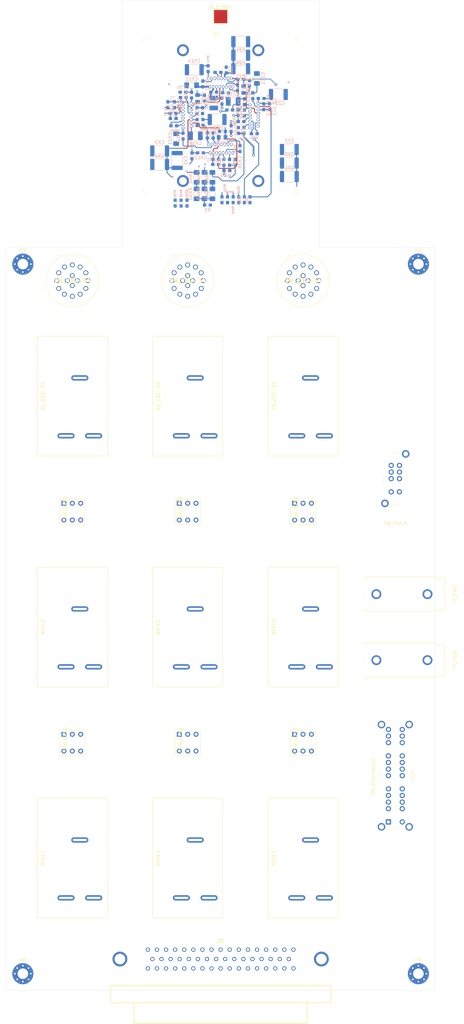
<source format=kicad_pcb>
(kicad_pcb (version 20171130) (host pcbnew 5.1.5-1.fc31)
  (layers (0 F.Cu signal) (1 In1.Cu power) (2 In2.Cu power) (31 B.Cu signal) (34 B.Paste user) (35 F.Paste user) (36 B.SilkS user) (37 F.SilkS user) (38 B.Mask user) (39 F.Mask user) (44 Edge.Cuts user))
  (net 0 "")
  (net 1 GND)
  (net 2 /VDD_Y)
  (net 3 /VDD_X)
  (net 4 /V_BIAS_LNA_Z)
  (net 5 /V_BIAS_LNA_Y)
  (net 6 /V_BIAS_LNA_X)
  (net 7 /M_Z)
  (net 8 /M_Y)
  (net 9 /M_X)
  (net 10 /VDD_Z)
  (net 11 "Net-(CX14-Pad1)")
  (net 12 "Net-(CX40-Pad2)")
  (net 13 "Net-(CY14-Pad1)")
  (net 14 "Net-(CY40-Pad2)")
  (net 15 "Net-(CZ14-Pad1)")
  (net 16 "Net-(CZ40-Pad2)")
  (net 17 /Sx)
  (net 18 /RTNx)
  (net 19 /Sy)
  (net 20 /RTNy)
  (net 21 /Sz)
  (net 22 /RTNz)
  (net 23 /CAL)
  (net 24 /+6V_A)
  (net 25 /AsicFM/Regu_Bias_LNA_X)
  (net 26 /AsicFM/Regu_VDD_X)
  (net 27 /AsicFM/In1N_X)
  (net 28 /AsicFM/CAL_In_X)
  (net 29 /CR_X)
  (net 30 /B_X)
  (net 31 /+6V_B)
  (net 32 /AsicFM/Regu_Bias_LNA_Y)
  (net 33 /AsicFM/Regu_VDD_Y)
  (net 34 /AsicFM/In1N_Y)
  (net 35 /AsicFM/CAL_In_Y)
  (net 36 /CR_Y)
  (net 37 /B_Y)
  (net 38 /+6V_C)
  (net 39 /AsicFM/Regu_Bias_LNA_Z)
  (net 40 /AsicFM/Regu_VDD_Z)
  (net 41 /AsicFM/In1N_Z)
  (net 42 /AsicFM/CAL_In_Z)
  (net 43 /CR_Z)
  (net 44 /B_Z)
  (net 45 /Temp_Mon_A)
  (net 46 /RTN_Mon_A)
  (net 47 "Net-(J1-Pad16)")
  (net 48 "Net-(J1-Pad20)")
  (net 49 "Net-(J1-Pad21)")
  (net 50 "Net-(J1-Pad22)")
  (net 51 "Net-(J1-Pad23)")
  (net 52 "Net-(J1-Pad24)")
  (net 53 "Net-(J1-Pad25)")
  (net 54 /RTN_Mon_B)
  (net 55 /Temp_Mon_B)
  (net 56 "Net-(RV_X32-34-Pad1)")
  (net 57 "Net-(RV_X32-34-Pad2)")
  (net 58 "Net-(RV_Y32-34-Pad1)")
  (net 59 "Net-(RV_Y32-34-Pad2)")
  (net 60 "Net-(RV_Z32-34-Pad1)")
  (net 61 "Net-(RV_Z32-34-Pad2)")
  (net 62 "Net-(RVX10-Pad1)")
  (net 63 "Net-(RVX10-Pad2)")
  (net 64 "Net-(RVX12-Pad1)")
  (net 65 "Net-(RVX12-Pad2)")
  (net 66 "Net-(RVY10-Pad1)")
  (net 67 "Net-(RVY10-Pad2)")
  (net 68 "Net-(RVY12-Pad1)")
  (net 69 "Net-(RVY12-Pad2)")
  (net 70 "Net-(RVZ10-Pad1)")
  (net 71 "Net-(RVZ10-Pad2)")
  (net 72 "Net-(RVZ12-Pad1)")
  (net 73 "Net-(RVZ12-Pad2)")
  (net 74 "Net-(RX10-Pad2)")
  (net 75 "Net-(RX12-Pad2)")
  (net 76 /AsicFM/Gain_Out2_N_X)
  (net 77 /AsicFM/Gain_Out2_P_X)
  (net 78 /AsicFM/ChannelX/+32)
  (net 79 /AsicFM/ChannelX/-34)
  (net 80 /AsicFM/Out2_NInv_X)
  (net 81 /AsicFM/Out2_inv_X)
  (net 82 /AsicFM/CAL_Gain_X)
  (net 83 /AsicFM/CAL_Out_X)
  (net 84 "Net-(RY10-Pad2)")
  (net 85 "Net-(RY12-Pad2)")
  (net 86 /AsicFM/Gain_Out2_N_Y)
  (net 87 /AsicFM/Gain_Out2_P_Y)
  (net 88 /AsicFM/ChannelY/+32)
  (net 89 /AsicFM/ChannelY/-34)
  (net 90 /AsicFM/Out2_NInv_Y)
  (net 91 /AsicFM/Out2_inv_Y)
  (net 92 /AsicFM/CAL_Gain_Y)
  (net 93 /AsicFM/CAL_Out_Y)
  (net 94 "Net-(RZ10-Pad2)")
  (net 95 "Net-(RZ12-Pad2)")
  (net 96 /AsicFM/Gain_Out2_N_Z)
  (net 97 /AsicFM/Gain_Out2_P_Z)
  (net 98 /AsicFM/ChannelZ/+32)
  (net 99 /AsicFM/ChannelZ/-34)
  (net 100 /AsicFM/Out2_NInv_Z)
  (net 101 /AsicFM/Out2_inv_Z)
  (net 102 /AsicFM/CAL_Gain_Z)
  (net 103 /AsicFM/CAL_Out_Z)
  (net 104 /AsicFM/In2N_X)
  (net 105 /AsicFM/In2N_Y)
  (net 106 /AsicFM/In2N_Z)
  (net 107 /In2P_X)
  (net 108 /In2P_Y)
  (net 109 /In2P_Z)
  (net 110 /AsicFM/Pot_Bias_X_2)
  (net 111 /AsicFM/Pot_Bias_X_1)
  (net 112 /AsicFM/Pot_VDD_X_2)
  (net 113 /AsicFM/Pot_VDD_X_1)
  (net 114 /AsicFM/Pot_Bias_Y_2)
  (net 115 /AsicFM/Pot_Bias_Y_1)
  (net 116 /AsicFM/Pot_VDD_Y_2)
  (net 117 /AsicFM/Pot_VDD_Y_1)
  (net 118 /AsicFM/Pot_Bias_Z_2)
  (net 119 /AsicFM/Pot_Bias_Z_1)
  (net 120 /AsicFM/Pot_VDD_Z_2)
  (net 121 /AsicFM/Pot_VDD_Z_1)
  (net 122 /AsicFM/Pot_Offset_X_2)
  (net 123 /AsicFM/Pot_Offset_X_1)
  (net 124 /AsicFM/Pot_Offset_Y_2)
  (net 125 /AsicFM/Pot_Offset_Y_1)
  (net 126 /AsicFM/Pot_Offset_Z_2)
  (net 127 /AsicFM/Pot_Offset_Z_1)
  (net 128 /AsicFM/Pot_Bias_2)
  (net 129 /AsicFM/Pot_Bias_1)
  (net 130 /AsicFM/Pot_VDD_2)
  (net 131 /AsicFM/Pot_VDD_1)
  (net 132 /AsicFM/Pot_Offset_2)
  (net 133 /AsicFM/Pot_Offset_1)
  (net 134 /TP_Pot_2)
  (net 135 /TP_Pot_1)
  (module LibPersoNadj:Banana_test_point_4mm (layer F.Cu) (at 55 165 270)
    (fp_text reference TP_Pot2 (at 0 -16 90) (layer F.SilkS))
    (fp_text value TestPoint)
    (pad 1 thru_hole circle (at 0 7.75 270) (size 3 3) (drill 2) (layers *.Cu *.Mask) (net 134 /TP_Pot_2))
    (pad 1 thru_hole circle (at 0 -7.75 270) (size 3 3) (drill 2) (layers *.Cu *.Mask) (net 134 /TP_Pot_2))
  )
  (module LibPersoNadj:Banana_test_point_4mm (layer F.Cu) (at 55 145 270)
    (fp_text reference TP_Pot1 (at 0 -16 90) (layer F.SilkS))
    (fp_text value TestPoint)
    (pad 1 thru_hole circle (at 0 7.75 270) (size 3 3) (drill 2) (layers *.Cu *.Mask) (net 135 /TP_Pot_1))
    (pad 1 thru_hole circle (at 0 -7.75 270) (size 3 3) (drill 2) (layers *.Cu *.Mask) (net 135 /TP_Pot_1))
  )
  (module LibPersoNadj:MHS233K_DP3T_Slide_Switch (layer F.Cu) (at 53 110 180)
    (fp_text reference SW_Pot_0 (at 0 -13.5) (layer F.SilkS))
    (fp_text value SW_Slide_DP3T)
    (pad 1 thru_hole circle (at -1.25 -4 180) (size 1.6 1.6) (drill 0.9) (layers *.Cu *.Mask) (net 133 /AsicFM/Pot_Offset_1))
    (pad 2 thru_hole circle (at -1.25 0 180) (size 1.6 1.6) (drill 0.9) (layers *.Cu *.Mask) (net 135 /TP_Pot_1))
    (pad 3 thru_hole circle (at -1.25 2 180) (size 1.6 1.6) (drill 0.9) (layers *.Cu *.Mask) (net 131 /AsicFM/Pot_VDD_1))
    (pad 4 thru_hole circle (at -1.25 4 180) (size 1.6 1.6) (drill 0.9) (layers *.Cu *.Mask) (net 129 /AsicFM/Pot_Bias_1))
    (pad 5 thru_hole circle (at 1.25 -4 180) (size 1.6 1.6) (drill 0.9) (layers *.Cu *.Mask) (net 132 /AsicFM/Pot_Offset_2))
    (pad 6 thru_hole circle (at 1.25 0 180) (size 1.6 1.6) (drill 0.9) (layers *.Cu *.Mask) (net 134 /TP_Pot_2))
    (pad 7 thru_hole circle (at 1.25 2 180) (size 1.6 1.6) (drill 0.9) (layers *.Cu *.Mask) (net 130 /AsicFM/Pot_VDD_2))
    (pad 8 thru_hole circle (at 1.25 4 180) (size 1.6 1.6) (drill 0.9) (layers *.Cu *.Mask) (net 128 /AsicFM/Pot_Bias_2))
    (pad 0 thru_hole circle (at 3.15 -7.5 180) (size 2.3 2.3) (drill 1.4) (layers *.Cu *.Mask) (net 1 GND))
    (pad 0 thru_hole circle (at -3.15 7.5) (size 2.3 2.3) (drill 1.4) (layers *.Cu *.Mask) (net 1 GND))
  )
  (module LibPersoNadj:SW_6P3T_MSS6350R04_TE (layer F.Cu) (at 53 200 90)
    (fp_text reference SW_Channels_0 (at -0.27 -6.74 90) (layer F.SilkS))
    (fp_text value SW_6P3T_Slide6x3)
    (pad 0 thru_hole circle (at 15.5 -4.2 90) (size 2.3 2.3) (drill 1.5) (layers *.Cu *.Mask) (net 1 GND))
    (pad 0 thru_hole circle (at -15.5 4.2 90) (size 2.3 2.3) (drill 1.5) (layers *.Cu *.Mask) (net 1 GND))
    (pad 0 thru_hole circle (at 15.5 4.2 270) (size 2.3 2.3) (drill 1.5) (layers *.Cu *.Mask) (net 1 GND))
    (pad 0 thru_hole circle (at -15.5 -4.2 90) (size 2.3 2.3) (drill 1.5) (layers *.Cu *.Mask) (net 1 GND))
    (pad 24 thru_hole circle (at 14 2.1 90) (size 1.6 1.6) (drill 0.9) (layers *.Cu *.Mask) (net 128 /AsicFM/Pot_Bias_2))
    (pad 23 thru_hole circle (at 12 2.1 90) (size 1.6 1.6) (drill 0.9) (layers *.Cu *.Mask) (net 129 /AsicFM/Pot_Bias_1))
    (pad 22 thru_hole circle (at 10 2.1 90) (size 1.6 1.6) (drill 0.9) (layers *.Cu *.Mask) (net 130 /AsicFM/Pot_VDD_2))
    (pad 21 thru_hole circle (at 6 2.1 90) (size 1.6 1.6) (drill 0.9) (layers *.Cu *.Mask) (net 131 /AsicFM/Pot_VDD_1))
    (pad 20 thru_hole circle (at 4 2.1 90) (size 1.6 1.6) (drill 0.9) (layers *.Cu *.Mask) (net 132 /AsicFM/Pot_Offset_2))
    (pad 19 thru_hole circle (at 2 2.1 90) (size 1.6 1.6) (drill 0.9) (layers *.Cu *.Mask) (net 133 /AsicFM/Pot_Offset_1))
    (pad 18 thru_hole circle (at 0 2.1 90) (size 1.6 1.6) (drill 0.9) (layers *.Cu *.Mask) (net 118 /AsicFM/Pot_Bias_Z_2))
    (pad 17 thru_hole circle (at -4 2.1 90) (size 1.6 1.6) (drill 0.9) (layers *.Cu *.Mask) (net 114 /AsicFM/Pot_Bias_Y_2))
    (pad 16 thru_hole circle (at -6 2.1 90) (size 1.6 1.6) (drill 0.9) (layers *.Cu *.Mask) (net 110 /AsicFM/Pot_Bias_X_2))
    (pad 15 thru_hole circle (at -8 2.1 90) (size 1.6 1.6) (drill 0.9) (layers *.Cu *.Mask) (net 119 /AsicFM/Pot_Bias_Z_1))
    (pad 14 thru_hole circle (at -10 2.1 90) (size 1.6 1.6) (drill 0.9) (layers *.Cu *.Mask) (net 115 /AsicFM/Pot_Bias_Y_1))
    (pad 13 thru_hole circle (at -14 2.1 90) (size 1.6 1.6) (drill 0.9) (layers *.Cu *.Mask) (net 111 /AsicFM/Pot_Bias_X_1))
    (pad 12 thru_hole circle (at 14 -2.1 90) (size 1.6 1.6) (drill 0.9) (layers *.Cu *.Mask) (net 120 /AsicFM/Pot_VDD_Z_2))
    (pad 11 thru_hole circle (at 12 -2.1 90) (size 1.6 1.6) (drill 0.9) (layers *.Cu *.Mask) (net 116 /AsicFM/Pot_VDD_Y_2))
    (pad 10 thru_hole circle (at 10 -2.1 90) (size 1.6 1.6) (drill 0.9) (layers *.Cu *.Mask) (net 112 /AsicFM/Pot_VDD_X_2))
    (pad 9 thru_hole circle (at 6 -2.1 90) (size 1.6 1.6) (drill 0.9) (layers *.Cu *.Mask) (net 121 /AsicFM/Pot_VDD_Z_1))
    (pad 8 thru_hole circle (at 4 -2.1 90) (size 1.6 1.6) (drill 0.9) (layers *.Cu *.Mask) (net 117 /AsicFM/Pot_VDD_Y_1))
    (pad 7 thru_hole circle (at 2 -2.1 90) (size 1.6 1.6) (drill 0.9) (layers *.Cu *.Mask) (net 113 /AsicFM/Pot_VDD_X_1))
    (pad 6 thru_hole circle (at 0 -2.1 90) (size 1.6 1.6) (drill 0.9) (layers *.Cu *.Mask) (net 126 /AsicFM/Pot_Offset_Z_2))
    (pad 5 thru_hole circle (at -4 -2.1 90) (size 1.6 1.6) (drill 0.9) (layers *.Cu *.Mask) (net 124 /AsicFM/Pot_Offset_Y_2))
    (pad 4 thru_hole circle (at -6 -2.1 90) (size 1.6 1.6) (drill 0.9) (layers *.Cu *.Mask) (net 122 /AsicFM/Pot_Offset_X_2))
    (pad 3 thru_hole circle (at -8 -2.1 90) (size 1.6 1.6) (drill 0.9) (layers *.Cu *.Mask) (net 127 /AsicFM/Pot_Offset_Z_1))
    (pad 2 thru_hole circle (at -10 -2.1 90) (size 1.6 1.6) (drill 0.9) (layers *.Cu *.Mask) (net 125 /AsicFM/Pot_Offset_Y_1))
    (pad 1 thru_hole rect (at -14 -2.1 90) (size 1.6 1.6) (drill 0.9) (layers *.Cu *.Mask) (net 123 /AsicFM/Pot_Offset_X_1))
  )
  (module LibPersoNadj:Switch_4P3T_MRA403_NKK_Turned30° (layer F.Cu) (at 25 50)
    (fp_text reference SW_Z32-34 (at 0 0) (layer F.SilkS) (effects (font (size 1.27 1.27) (thickness 0.254))))
    (fp_text value SW_Rotary4x3 hide)
    (pad 4 thru_hole circle (at -2.375 -4.113621 30) (size 1.5 1.5) (drill 1) (layers *.Cu *.Mask) (net 106 /AsicFM/In2N_Z))
    (pad 5 thru_hole circle (at -0.00019 -4.750329 30) (size 1.5 1.5) (drill 1) (layers *.Cu *.Mask) (net 126 /AsicFM/Pot_Offset_Z_2))
    (pad 6 thru_hole circle (at 2.375329 -4.11381 30) (size 1.5 1.5) (drill 1) (layers *.Cu *.Mask) (net 99 /AsicFM/ChannelZ/-34))
    (pad 10 thru_hole circle (at 4.113621 -2.375 30) (size 1.5 1.5) (drill 1) (layers *.Cu *.Mask) (net 99 /AsicFM/ChannelZ/-34))
    (pad 11 thru_hole circle (at 4.750329 -0.00019 30) (size 1.5 1.5) (drill 1) (layers *.Cu *.Mask) (net 99 /AsicFM/ChannelZ/-34))
    (pad 12 thru_hole circle (at 4.11381 2.375329 30) (size 1.5 1.5) (drill 1) (layers *.Cu *.Mask) (net 106 /AsicFM/In2N_Z))
    (pad 1 thru_hole circle (at 2.375 4.113621 30) (size 1.5 1.5) (drill 1) (layers *.Cu *.Mask) (net 98 /AsicFM/ChannelZ/+32))
    (pad 2 thru_hole circle (at 0.00019 4.750329 30) (size 1.5 1.5) (drill 1) (layers *.Cu *.Mask) (net 127 /AsicFM/Pot_Offset_Z_1))
    (pad 3 thru_hole circle (at -2.375329 4.11381 30) (size 1.5 1.5) (drill 1) (layers *.Cu *.Mask) (net 106 /AsicFM/In2N_Z))
    (pad 7 thru_hole circle (at -4.113621 2.375 30) (size 1.5 1.5) (drill 1) (layers *.Cu *.Mask) (net 106 /AsicFM/In2N_Z))
    (pad 8 thru_hole circle (at -4.750329 0.00019 30) (size 1.5 1.5) (drill 1) (layers *.Cu *.Mask) (net 98 /AsicFM/ChannelZ/+32))
    (pad 9 thru_hole circle (at -4.11381 -2.375329 30) (size 1.5 1.5) (drill 1) (layers *.Cu *.Mask) (net 98 /AsicFM/ChannelZ/+32))
    (pad 13 thru_hole circle (at -0.000019 1.499967 30) (size 1.5 1.5) (drill 1) (layers *.Cu *.Mask) (net 61 "Net-(RV_Z32-34-Pad2)"))
    (pad 14 thru_hole circle (at 0.000019 -1.499967 30) (size 1.5 1.5) (drill 1) (layers *.Cu *.Mask) (net 60 "Net-(RV_Z32-34-Pad1)"))
    (pad 15 thru_hole circle (at -1.499967 -0.000019 30) (size 1.5 1.5) (drill 1) (layers *.Cu *.Mask) (net 106 /AsicFM/In2N_Z))
    (pad 16 thru_hole circle (at 1.499967 0.000019 30) (size 1.5 1.5) (drill 1) (layers *.Cu *.Mask) (net 106 /AsicFM/In2N_Z))
  )
  (module LibPersoNadj:Switch_4P3T_MRA403_NKK_Turned30° (layer F.Cu) (at -10 50)
    (fp_text reference SW_Y32-34 (at 0 0) (layer F.SilkS) (effects (font (size 1.27 1.27) (thickness 0.254))))
    (fp_text value SW_Rotary4x3 hide)
    (pad 4 thru_hole circle (at -2.375 -4.113621 30) (size 1.5 1.5) (drill 1) (layers *.Cu *.Mask) (net 105 /AsicFM/In2N_Y))
    (pad 5 thru_hole circle (at -0.00019 -4.750329 30) (size 1.5 1.5) (drill 1) (layers *.Cu *.Mask) (net 124 /AsicFM/Pot_Offset_Y_2))
    (pad 6 thru_hole circle (at 2.375329 -4.11381 30) (size 1.5 1.5) (drill 1) (layers *.Cu *.Mask) (net 89 /AsicFM/ChannelY/-34))
    (pad 10 thru_hole circle (at 4.113621 -2.375 30) (size 1.5 1.5) (drill 1) (layers *.Cu *.Mask) (net 89 /AsicFM/ChannelY/-34))
    (pad 11 thru_hole circle (at 4.750329 -0.00019 30) (size 1.5 1.5) (drill 1) (layers *.Cu *.Mask) (net 89 /AsicFM/ChannelY/-34))
    (pad 12 thru_hole circle (at 4.11381 2.375329 30) (size 1.5 1.5) (drill 1) (layers *.Cu *.Mask) (net 105 /AsicFM/In2N_Y))
    (pad 1 thru_hole circle (at 2.375 4.113621 30) (size 1.5 1.5) (drill 1) (layers *.Cu *.Mask) (net 88 /AsicFM/ChannelY/+32))
    (pad 2 thru_hole circle (at 0.00019 4.750329 30) (size 1.5 1.5) (drill 1) (layers *.Cu *.Mask) (net 125 /AsicFM/Pot_Offset_Y_1))
    (pad 3 thru_hole circle (at -2.375329 4.11381 30) (size 1.5 1.5) (drill 1) (layers *.Cu *.Mask) (net 105 /AsicFM/In2N_Y))
    (pad 7 thru_hole circle (at -4.113621 2.375 30) (size 1.5 1.5) (drill 1) (layers *.Cu *.Mask) (net 105 /AsicFM/In2N_Y))
    (pad 8 thru_hole circle (at -4.750329 0.00019 30) (size 1.5 1.5) (drill 1) (layers *.Cu *.Mask) (net 88 /AsicFM/ChannelY/+32))
    (pad 9 thru_hole circle (at -4.11381 -2.375329 30) (size 1.5 1.5) (drill 1) (layers *.Cu *.Mask) (net 88 /AsicFM/ChannelY/+32))
    (pad 13 thru_hole circle (at -0.000019 1.499967 30) (size 1.5 1.5) (drill 1) (layers *.Cu *.Mask) (net 59 "Net-(RV_Y32-34-Pad2)"))
    (pad 14 thru_hole circle (at 0.000019 -1.499967 30) (size 1.5 1.5) (drill 1) (layers *.Cu *.Mask) (net 58 "Net-(RV_Y32-34-Pad1)"))
    (pad 15 thru_hole circle (at -1.499967 -0.000019 30) (size 1.5 1.5) (drill 1) (layers *.Cu *.Mask) (net 105 /AsicFM/In2N_Y))
    (pad 16 thru_hole circle (at 1.499967 0.000019 30) (size 1.5 1.5) (drill 1) (layers *.Cu *.Mask) (net 105 /AsicFM/In2N_Y))
  )
  (module LibPersoNadj:Switch_4P3T_MRA403_NKK_Turned30° (layer F.Cu) (at -45 50)
    (fp_text reference SW_X32-34 (at 0 0) (layer F.SilkS) (effects (font (size 1.27 1.27) (thickness 0.254))))
    (fp_text value SW_Rotary4x3 hide)
    (pad 4 thru_hole circle (at -2.375 -4.113621 30) (size 1.5 1.5) (drill 1) (layers *.Cu *.Mask) (net 104 /AsicFM/In2N_X))
    (pad 5 thru_hole circle (at -0.00019 -4.750329 30) (size 1.5 1.5) (drill 1) (layers *.Cu *.Mask) (net 122 /AsicFM/Pot_Offset_X_2))
    (pad 6 thru_hole circle (at 2.375329 -4.11381 30) (size 1.5 1.5) (drill 1) (layers *.Cu *.Mask) (net 79 /AsicFM/ChannelX/-34))
    (pad 10 thru_hole circle (at 4.113621 -2.375 30) (size 1.5 1.5) (drill 1) (layers *.Cu *.Mask) (net 79 /AsicFM/ChannelX/-34))
    (pad 11 thru_hole circle (at 4.750329 -0.00019 30) (size 1.5 1.5) (drill 1) (layers *.Cu *.Mask) (net 79 /AsicFM/ChannelX/-34))
    (pad 12 thru_hole circle (at 4.11381 2.375329 30) (size 1.5 1.5) (drill 1) (layers *.Cu *.Mask) (net 104 /AsicFM/In2N_X))
    (pad 1 thru_hole circle (at 2.375 4.113621 30) (size 1.5 1.5) (drill 1) (layers *.Cu *.Mask) (net 78 /AsicFM/ChannelX/+32))
    (pad 2 thru_hole circle (at 0.00019 4.750329 30) (size 1.5 1.5) (drill 1) (layers *.Cu *.Mask) (net 123 /AsicFM/Pot_Offset_X_1))
    (pad 3 thru_hole circle (at -2.375329 4.11381 30) (size 1.5 1.5) (drill 1) (layers *.Cu *.Mask) (net 104 /AsicFM/In2N_X))
    (pad 7 thru_hole circle (at -4.113621 2.375 30) (size 1.5 1.5) (drill 1) (layers *.Cu *.Mask) (net 104 /AsicFM/In2N_X))
    (pad 8 thru_hole circle (at -4.750329 0.00019 30) (size 1.5 1.5) (drill 1) (layers *.Cu *.Mask) (net 78 /AsicFM/ChannelX/+32))
    (pad 9 thru_hole circle (at -4.11381 -2.375329 30) (size 1.5 1.5) (drill 1) (layers *.Cu *.Mask) (net 78 /AsicFM/ChannelX/+32))
    (pad 13 thru_hole circle (at -0.000019 1.499967 30) (size 1.5 1.5) (drill 1) (layers *.Cu *.Mask) (net 57 "Net-(RV_X32-34-Pad2)"))
    (pad 14 thru_hole circle (at 0.000019 -1.499967 30) (size 1.5 1.5) (drill 1) (layers *.Cu *.Mask) (net 56 "Net-(RV_X32-34-Pad1)"))
    (pad 15 thru_hole circle (at -1.499967 -0.000019 30) (size 1.5 1.5) (drill 1) (layers *.Cu *.Mask) (net 104 /AsicFM/In2N_X))
    (pad 16 thru_hole circle (at 1.499967 0.000019 30) (size 1.5 1.5) (drill 1) (layers *.Cu *.Mask) (net 104 /AsicFM/In2N_X))
  )
  (module LibPersoNadj:Potentiometer_Bourns_3683S (layer F.Cu) (at 25 155 90)
    (fp_text reference RVZ12 (at 0 -8.89 90) (layer F.SilkS))
    (fp_text value 16K)
    (pad 3 thru_hole oval (at -12.025 -1.905 90) (size 1.6 5.2) (drill oval 0.6 4.2) (layers *.Cu *.Mask) (net 73 "Net-(RVZ12-Pad2)"))
    (pad 2 thru_hole oval (at 5.515 2.285 90) (size 1.6 5.2) (drill oval 0.6 4.2) (layers *.Cu *.Mask) (net 73 "Net-(RVZ12-Pad2)"))
    (pad 1 thru_hole oval (at -12.025 6.475 90) (size 1.6 5.2) (drill oval 0.6 4.2) (layers *.Cu *.Mask) (net 72 "Net-(RVZ12-Pad1)"))
  )
  (module LibPersoNadj:Potentiometer_Bourns_3683S (layer F.Cu) (at 25 225 90)
    (fp_text reference RVZ10 (at 0 -8.89 90) (layer F.SilkS))
    (fp_text value 12K)
    (pad 3 thru_hole oval (at -12.025 -1.905 90) (size 1.6 5.2) (drill oval 0.6 4.2) (layers *.Cu *.Mask) (net 71 "Net-(RVZ10-Pad2)"))
    (pad 2 thru_hole oval (at 5.515 2.285 90) (size 1.6 5.2) (drill oval 0.6 4.2) (layers *.Cu *.Mask) (net 71 "Net-(RVZ10-Pad2)"))
    (pad 1 thru_hole oval (at -12.025 6.475 90) (size 1.6 5.2) (drill oval 0.6 4.2) (layers *.Cu *.Mask) (net 70 "Net-(RVZ10-Pad1)"))
  )
  (module LibPersoNadj:Potentiometer_Bourns_3683S (layer F.Cu) (at -10 155 90)
    (fp_text reference RVY12 (at 0 -8.89 90) (layer F.SilkS))
    (fp_text value 16K)
    (pad 3 thru_hole oval (at -12.025 -1.905 90) (size 1.6 5.2) (drill oval 0.6 4.2) (layers *.Cu *.Mask) (net 69 "Net-(RVY12-Pad2)"))
    (pad 2 thru_hole oval (at 5.515 2.285 90) (size 1.6 5.2) (drill oval 0.6 4.2) (layers *.Cu *.Mask) (net 69 "Net-(RVY12-Pad2)"))
    (pad 1 thru_hole oval (at -12.025 6.475 90) (size 1.6 5.2) (drill oval 0.6 4.2) (layers *.Cu *.Mask) (net 68 "Net-(RVY12-Pad1)"))
  )
  (module LibPersoNadj:Potentiometer_Bourns_3683S (layer F.Cu) (at -10 225 90)
    (fp_text reference RVY10 (at 0 -8.89 90) (layer F.SilkS))
    (fp_text value 12K)
    (pad 3 thru_hole oval (at -12.025 -1.905 90) (size 1.6 5.2) (drill oval 0.6 4.2) (layers *.Cu *.Mask) (net 67 "Net-(RVY10-Pad2)"))
    (pad 2 thru_hole oval (at 5.515 2.285 90) (size 1.6 5.2) (drill oval 0.6 4.2) (layers *.Cu *.Mask) (net 67 "Net-(RVY10-Pad2)"))
    (pad 1 thru_hole oval (at -12.025 6.475 90) (size 1.6 5.2) (drill oval 0.6 4.2) (layers *.Cu *.Mask) (net 66 "Net-(RVY10-Pad1)"))
  )
  (module LibPersoNadj:Potentiometer_Bourns_3683S (layer F.Cu) (at -45 155 90)
    (fp_text reference RVX12 (at 0 -8.89 90) (layer F.SilkS))
    (fp_text value 16K)
    (pad 3 thru_hole oval (at -12.025 -1.905 90) (size 1.6 5.2) (drill oval 0.6 4.2) (layers *.Cu *.Mask) (net 65 "Net-(RVX12-Pad2)"))
    (pad 2 thru_hole oval (at 5.515 2.285 90) (size 1.6 5.2) (drill oval 0.6 4.2) (layers *.Cu *.Mask) (net 65 "Net-(RVX12-Pad2)"))
    (pad 1 thru_hole oval (at -12.025 6.475 90) (size 1.6 5.2) (drill oval 0.6 4.2) (layers *.Cu *.Mask) (net 64 "Net-(RVX12-Pad1)"))
  )
  (module LibPersoNadj:Potentiometer_Bourns_3683S (layer F.Cu) (at -45 225 90)
    (fp_text reference RVX10 (at 0 -8.89 90) (layer F.SilkS))
    (fp_text value 12K)
    (pad 3 thru_hole oval (at -12.025 -1.905 90) (size 1.6 5.2) (drill oval 0.6 4.2) (layers *.Cu *.Mask) (net 63 "Net-(RVX10-Pad2)"))
    (pad 2 thru_hole oval (at 5.515 2.285 90) (size 1.6 5.2) (drill oval 0.6 4.2) (layers *.Cu *.Mask) (net 63 "Net-(RVX10-Pad2)"))
    (pad 1 thru_hole oval (at -12.025 6.475 90) (size 1.6 5.2) (drill oval 0.6 4.2) (layers *.Cu *.Mask) (net 62 "Net-(RVX10-Pad1)"))
  )
  (module LibPersoNadj:Potentiometer_Bourns_3683S (layer F.Cu) (at 25 85 90)
    (fp_text reference RV_Z32-34 (at 0 -8.89 90) (layer F.SilkS))
    (fp_text value 5K)
    (pad 3 thru_hole oval (at -12.025 -1.905 90) (size 1.6 5.2) (drill oval 0.6 4.2) (layers *.Cu *.Mask) (net 61 "Net-(RV_Z32-34-Pad2)"))
    (pad 2 thru_hole oval (at 5.515 2.285 90) (size 1.6 5.2) (drill oval 0.6 4.2) (layers *.Cu *.Mask) (net 61 "Net-(RV_Z32-34-Pad2)"))
    (pad 1 thru_hole oval (at -12.025 6.475 90) (size 1.6 5.2) (drill oval 0.6 4.2) (layers *.Cu *.Mask) (net 60 "Net-(RV_Z32-34-Pad1)"))
  )
  (module LibPersoNadj:Potentiometer_Bourns_3683S (layer F.Cu) (at -10 85 90)
    (fp_text reference RV_Y32-34 (at 0 -8.89 90) (layer F.SilkS))
    (fp_text value 5K)
    (pad 3 thru_hole oval (at -12.025 -1.905 90) (size 1.6 5.2) (drill oval 0.6 4.2) (layers *.Cu *.Mask) (net 59 "Net-(RV_Y32-34-Pad2)"))
    (pad 2 thru_hole oval (at 5.515 2.285 90) (size 1.6 5.2) (drill oval 0.6 4.2) (layers *.Cu *.Mask) (net 59 "Net-(RV_Y32-34-Pad2)"))
    (pad 1 thru_hole oval (at -12.025 6.475 90) (size 1.6 5.2) (drill oval 0.6 4.2) (layers *.Cu *.Mask) (net 58 "Net-(RV_Y32-34-Pad1)"))
  )
  (module LibPersoNadj:Potentiometer_Bourns_3683S (layer F.Cu) (at -45 85 90)
    (fp_text reference RV_X32-34 (at 0 -8.89 90) (layer F.SilkS))
    (fp_text value 5K)
    (pad 3 thru_hole oval (at -12.025 -1.905 90) (size 1.6 5.2) (drill oval 0.6 4.2) (layers *.Cu *.Mask) (net 57 "Net-(RV_X32-34-Pad2)"))
    (pad 2 thru_hole oval (at 5.515 2.285 90) (size 1.6 5.2) (drill oval 0.6 4.2) (layers *.Cu *.Mask) (net 57 "Net-(RV_X32-34-Pad2)"))
    (pad 1 thru_hole oval (at -12.025 6.475 90) (size 1.6 5.2) (drill oval 0.6 4.2) (layers *.Cu *.Mask) (net 56 "Net-(RV_X32-34-Pad1)"))
  )
  (module Capacitor_SMD:C_1812_4532Metric_Pad1.30x3.40mm_HandSolder (layer B.Cu) (at -1.065 1.18)
    (fp_text reference CX14 (at 0 2.65) (layer B.SilkS) (effects (justify mirror)))
    (fp_text value 470n)
    (pad 2 smd roundrect (at 2.225 0) (size 1.3 3.4) (layers B.Cu B.Paste B.Mask) (roundrect_rratio 0.192308) (net 1 GND))
    (pad 1 smd roundrect (at -2.225 0) (size 1.3 3.4) (layers B.Cu B.Paste B.Mask) (roundrect_rratio 0.192308) (net 11 "Net-(CX14-Pad1)"))
  )
  (module Resistor_SMD:R_1206_3216Metric_Pad1.42x1.75mm_HandSolder (layer B.Cu) (at -2.5 23.7 270)
    (fp_text reference RZ40 (at 0 1.82 90) (layer B.SilkS) (effects (justify mirror)))
    (fp_text value 750k)
    (pad 2 smd roundrect (at 1.4875 0 270) (size 1.425 1.75) (layers B.Cu B.Paste B.Mask) (roundrect_rratio 0.175439) (net 23 /CAL))
    (pad 1 smd roundrect (at -1.4875 0 270) (size 1.425 1.75) (layers B.Cu B.Paste B.Mask) (roundrect_rratio 0.175439) (net 16 "Net-(CZ40-Pad2)"))
  )
  (module Resistor_SMD:R_0805_2012Metric_Pad1.15x1.40mm_HandSolder (layer B.Cu) (at 7 -7.9 90)
    (fp_text reference RZ20 (at 0 1.65 90) (layer B.SilkS) (effects (justify mirror)))
    (fp_text value 68k)
    (pad 2 smd roundrect (at 1.025 0 90) (size 1.15 1.4) (layers B.Cu B.Paste B.Mask) (roundrect_rratio 0.217391) (net 43 /CR_Z))
    (pad 1 smd roundrect (at -1.025 0 90) (size 1.15 1.4) (layers B.Cu B.Paste B.Mask) (roundrect_rratio 0.217391) (net 109 /In2P_Z))
  )
  (module Resistor_SMD:R_1206_3216Metric_Pad1.42x1.75mm_HandSolder (layer B.Cu) (at -4.9 23.7 270)
    (fp_text reference RY40 (at 0 1.82 90) (layer B.SilkS) (effects (justify mirror)))
    (fp_text value 750k)
    (pad 2 smd roundrect (at 1.4875 0 270) (size 1.425 1.75) (layers B.Cu B.Paste B.Mask) (roundrect_rratio 0.175439) (net 23 /CAL))
    (pad 1 smd roundrect (at -1.4875 0 270) (size 1.425 1.75) (layers B.Cu B.Paste B.Mask) (roundrect_rratio 0.175439) (net 14 "Net-(CY40-Pad2)"))
  )
  (module Resistor_SMD:R_0805_2012Metric_Pad1.15x1.40mm_HandSolder (layer B.Cu) (at -7 -5.2 90)
    (fp_text reference RY20 (at 0 1.65 90) (layer B.SilkS) (effects (justify mirror)))
    (fp_text value 68k)
    (pad 2 smd roundrect (at 1.025 0 90) (size 1.15 1.4) (layers B.Cu B.Paste B.Mask) (roundrect_rratio 0.217391) (net 36 /CR_Y))
    (pad 1 smd roundrect (at -1.025 0 90) (size 1.15 1.4) (layers B.Cu B.Paste B.Mask) (roundrect_rratio 0.217391) (net 108 /In2P_Y))
  )
  (module Resistor_SMD:R_1206_3216Metric_Pad1.42x1.75mm_HandSolder (layer B.Cu) (at -7.3 23.7 270)
    (fp_text reference RX40 (at 0 1.82 90) (layer B.SilkS) (effects (justify mirror)))
    (fp_text value 750k)
    (pad 2 smd roundrect (at 1.4875 0 270) (size 1.425 1.75) (layers B.Cu B.Paste B.Mask) (roundrect_rratio 0.175439) (net 23 /CAL))
    (pad 1 smd roundrect (at -1.4875 0 270) (size 1.425 1.75) (layers B.Cu B.Paste B.Mask) (roundrect_rratio 0.175439) (net 12 "Net-(CX40-Pad2)"))
  )
  (module Resistor_SMD:R_0805_2012Metric_Pad1.15x1.40mm_HandSolder (layer B.Cu) (at 0.45 6.6)
    (fp_text reference RX20 (at 0 1.65) (layer B.SilkS) (effects (justify mirror)))
    (fp_text value 68k)
    (pad 2 smd roundrect (at 1.025 0) (size 1.15 1.4) (layers B.Cu B.Paste B.Mask) (roundrect_rratio 0.217391) (net 29 /CR_X))
    (pad 1 smd roundrect (at -1.025 0) (size 1.15 1.4) (layers B.Cu B.Paste B.Mask) (roundrect_rratio 0.217391) (net 107 /In2P_X))
  )
  (module Resistor_SMD:R_0603_1608Metric_Pad1.05x0.95mm_HandSolder (layer B.Cu) (at 3.18 3.945 90)
    (fp_text reference RthB0 (at 0 1.43 90) (layer B.SilkS) (effects (justify mirror)))
    (fp_text value PT1000)
    (pad 2 smd roundrect (at 0.875 0 90) (size 1.05 0.95) (layers B.Cu B.Paste B.Mask) (net 54 /RTN_Mon_B))
    (pad 1 smd roundrect (at -0.875 0 90) (size 1.05 0.95) (layers B.Cu B.Paste B.Mask) (net 55 /Temp_Mon_B))
  )
  (module Resistor_SMD:R_0603_1608Metric_Pad1.05x0.95mm_HandSolder (layer B.Cu) (at -4 27.1)
    (fp_text reference R1 (at 0 1.43) (layer B.SilkS) (effects (justify mirror)))
    (fp_text value 10k)
    (pad 2 smd roundrect (at 0.875 0) (size 1.05 0.95) (layers B.Cu B.Paste B.Mask) (net 1 GND))
    (pad 1 smd roundrect (at -0.875 0) (size 1.05 0.95) (layers B.Cu B.Paste B.Mask) (net 23 /CAL))
  )
  (module TestPoint:TestPoint_Pad_4.0x4.0mm (layer F.Cu) (at 0 -30)
    (fp_text reference N_CFP64 (at 0 -2.898) (layer F.SilkS))
    (fp_text value Housing_Pad)
    (pad 1 smd rect (at 0 0) (size 4 4) (layers F.Cu F.Mask) (net 1 GND))
  )
  (module LibPersoNadj:DD50S564TLF (layer F.Cu) (at 0 275)
    (fp_text reference J1 (at 0 -25) (layer F.SilkS) (effects (font (size 1.27 1.27) (thickness 0.254))))
    (fp_text value Conn_02x25_Top_Bottom_MountingPin hide)
    (pad 50 thru_hole circle (at -22.08 -16.6) (size 1.3 1.3) (drill 0.8) (layers *.Cu *.Mask) (net 1 GND))
    (pad 49 thru_hole circle (at -19.32 -16.6) (size 1.3 1.3) (drill 0.8) (layers *.Cu *.Mask) (net 1 GND))
    (pad 48 thru_hole circle (at -16.56 -16.6) (size 1.3 1.3) (drill 0.8) (layers *.Cu *.Mask) (net 38 /+6V_C))
    (pad 47 thru_hole circle (at -13.8 -16.6) (size 1.3 1.3) (drill 0.8) (layers *.Cu *.Mask) (net 1 GND))
    (pad 46 thru_hole circle (at -11.04 -16.6) (size 1.3 1.3) (drill 0.8) (layers *.Cu *.Mask) (net 1 GND))
    (pad 45 thru_hole circle (at -8.28 -16.6) (size 1.3 1.3) (drill 0.8) (layers *.Cu *.Mask) (net 24 /+6V_A))
    (pad 44 thru_hole circle (at -5.52 -16.6) (size 1.3 1.3) (drill 0.8) (layers *.Cu *.Mask) (net 55 /Temp_Mon_B))
    (pad 43 thru_hole circle (at -2.76 -16.6) (size 1.3 1.3) (drill 0.8) (layers *.Cu *.Mask) (net 45 /Temp_Mon_A))
    (pad 42 thru_hole circle (at 0 -16.6) (size 1.3 1.3) (drill 0.8) (layers *.Cu *.Mask) (net 1 GND))
    (pad 41 thru_hole circle (at 2.76 -16.6) (size 1.3 1.3) (drill 0.8) (layers *.Cu *.Mask) (net 20 /RTNy))
    (pad 40 thru_hole circle (at 5.52 -16.6) (size 1.3 1.3) (drill 0.8) (layers *.Cu *.Mask) (net 19 /Sy))
    (pad 39 thru_hole circle (at 8.28 -16.6) (size 1.3 1.3) (drill 0.8) (layers *.Cu *.Mask) (net 1 GND))
    (pad 38 thru_hole circle (at 11.04 -16.6) (size 1.3 1.3) (drill 0.8) (layers *.Cu *.Mask) (net 1 GND))
    (pad 37 thru_hole circle (at 13.8 -16.6) (size 1.3 1.3) (drill 0.8) (layers *.Cu *.Mask) (net 23 /CAL))
    (pad 36 thru_hole circle (at 16.56 -16.6) (size 1.3 1.3) (drill 0.8) (layers *.Cu *.Mask) (net 1 GND))
    (pad 35 thru_hole circle (at 19.32 -16.6) (size 1.3 1.3) (drill 0.8) (layers *.Cu *.Mask) (net 1 GND))
    (pad 34 thru_hole circle (at 22.08 -16.6) (size 1.3 1.3) (drill 0.8) (layers *.Cu *.Mask) (net 31 /+6V_B))
    (pad 33 thru_hole circle (at -20.7 -19.44) (size 1.3 1.3) (drill 0.8) (layers *.Cu *.Mask) (net 1 GND))
    (pad 32 thru_hole circle (at -17.94 -19.44) (size 1.3 1.3) (drill 0.8) (layers *.Cu *.Mask) (net 54 /RTN_Mon_B))
    (pad 31 thru_hole circle (at -15.18 -19.44) (size 1.3 1.3) (drill 0.8) (layers *.Cu *.Mask) (net 46 /RTN_Mon_A))
    (pad 30 thru_hole circle (at -12.42 -19.44) (size 1.3 1.3) (drill 0.8) (layers *.Cu *.Mask) (net 22 /RTNz))
    (pad 29 thru_hole circle (at -9.66 -19.44) (size 1.3 1.3) (drill 0.8) (layers *.Cu *.Mask) (net 21 /Sz))
    (pad 28 thru_hole circle (at -6.9 -19.44) (size 1.3 1.3) (drill 0.8) (layers *.Cu *.Mask) (net 1 GND))
    (pad 27 thru_hole circle (at -4.14 -19.44) (size 1.3 1.3) (drill 0.8) (layers *.Cu *.Mask) (net 17 /Sx))
    (pad 26 thru_hole circle (at -1.38 -19.44) (size 1.3 1.3) (drill 0.8) (layers *.Cu *.Mask) (net 18 /RTNx))
    (pad 25 thru_hole circle (at 1.38 -19.44) (size 1.3 1.3) (drill 0.8) (layers *.Cu *.Mask) (net 53 "Net-(J1-Pad25)"))
    (pad 24 thru_hole circle (at 4.14 -19.44) (size 1.3 1.3) (drill 0.8) (layers *.Cu *.Mask) (net 52 "Net-(J1-Pad24)"))
    (pad 23 thru_hole circle (at 6.9 -19.44) (size 1.3 1.3) (drill 0.8) (layers *.Cu *.Mask) (net 51 "Net-(J1-Pad23)"))
    (pad 22 thru_hole circle (at 9.66 -19.44) (size 1.3 1.3) (drill 0.8) (layers *.Cu *.Mask) (net 50 "Net-(J1-Pad22)"))
    (pad 21 thru_hole circle (at 12.42 -19.44) (size 1.3 1.3) (drill 0.8) (layers *.Cu *.Mask) (net 49 "Net-(J1-Pad21)"))
    (pad 20 thru_hole circle (at 15.18 -19.44) (size 1.3 1.3) (drill 0.8) (layers *.Cu *.Mask) (net 48 "Net-(J1-Pad20)"))
    (pad 19 thru_hole circle (at 17.94 -19.44) (size 1.3 1.3) (drill 0.8) (layers *.Cu *.Mask) (net 109 /In2P_Z))
    (pad 18 thru_hole circle (at 20.7 -19.44) (size 1.3 1.3) (drill 0.8) (layers *.Cu *.Mask) (net 108 /In2P_Y))
    (pad 17 thru_hole circle (at -22.08 -22.28) (size 1.3 1.3) (drill 0.8) (layers *.Cu *.Mask) (net 107 /In2P_X))
    (pad 16 thru_hole circle (at -19.32 -22.28) (size 1.3 1.3) (drill 0.8) (layers *.Cu *.Mask) (net 47 "Net-(J1-Pad16)"))
    (pad 15 thru_hole circle (at -16.56 -22.28) (size 1.3 1.3) (drill 0.8) (layers *.Cu *.Mask) (net 1 GND))
    (pad 14 thru_hole circle (at -13.8 -22.28) (size 1.3 1.3) (drill 0.8) (layers *.Cu *.Mask) (net 1 GND))
    (pad 13 thru_hole circle (at -11.04 -22.28) (size 1.3 1.3) (drill 0.8) (layers *.Cu *.Mask) (net 7 /M_Z))
    (pad 12 thru_hole circle (at -8.28 -22.28) (size 1.3 1.3) (drill 0.8) (layers *.Cu *.Mask) (net 1 GND))
    (pad 11 thru_hole circle (at -5.52 -22.28) (size 1.3 1.3) (drill 0.8) (layers *.Cu *.Mask) (net 8 /M_Y))
    (pad 10 thru_hole circle (at -2.76 -22.28) (size 1.3 1.3) (drill 0.8) (layers *.Cu *.Mask) (net 1 GND))
    (pad 9 thru_hole circle (at 0 -22.28) (size 1.3 1.3) (drill 0.8) (layers *.Cu *.Mask) (net 9 /M_X))
    (pad 8 thru_hole circle (at 2.76 -22.28) (size 1.3 1.3) (drill 0.8) (layers *.Cu *.Mask) (net 46 /RTN_Mon_A))
    (pad 7 thru_hole circle (at 5.52 -22.28) (size 1.3 1.3) (drill 0.8) (layers *.Cu *.Mask) (net 45 /Temp_Mon_A))
    (pad 6 thru_hole circle (at 8.28 -22.28) (size 1.3 1.3) (drill 0.8) (layers *.Cu *.Mask) (net 43 /CR_Z))
    (pad 5 thru_hole circle (at 11.04 -22.28) (size 1.3 1.3) (drill 0.8) (layers *.Cu *.Mask) (net 44 /B_Z))
    (pad 4 thru_hole circle (at 13.8 -22.28) (size 1.3 1.3) (drill 0.8) (layers *.Cu *.Mask) (net 36 /CR_Y))
    (pad 3 thru_hole circle (at 16.56 -22.28) (size 1.3 1.3) (drill 0.8) (layers *.Cu *.Mask) (net 37 /B_Y))
    (pad 2 thru_hole circle (at 19.32 -22.28) (size 1.3 1.3) (drill 0.8) (layers *.Cu *.Mask) (net 29 /CR_X))
    (pad 1 thru_hole circle (at 22.08 -22.28) (size 1.3 1.3) (drill 0.8) (layers *.Cu *.Mask) (net 30 /B_X))
    (pad 0 thru_hole circle (at -30.555 -19.44) (size 4.5 4.5) (drill 3.2) (layers *.Cu *.Mask))
    (pad 0 thru_hole circle (at 30.555 -19.44) (size 4.5 4.5) (drill 3.2) (layers *.Cu *.Mask))
  )
  (module Capacitor_SMD:C_0603_1608Metric_Pad1.05x0.95mm_HandSolder (layer B.Cu) (at 13.1 -2.7 90)
    (fp_text reference CZ_SC2 (at 0 1.43 90) (layer B.SilkS) (effects (justify mirror)))
    (fp_text value TBD)
    (pad 2 smd roundrect (at 0.875 0 90) (size 1.05 0.95) (layers B.Cu B.Paste B.Mask) (net 7 /M_Z))
    (pad 1 smd roundrect (at -0.875 0 90) (size 1.05 0.95) (layers B.Cu B.Paste B.Mask) (net 44 /B_Z))
  )
  (module Capacitor_SMD:C_0603_1608Metric_Pad1.05x0.95mm_HandSolder (layer B.Cu) (at 14.9 -2.7 90)
    (fp_text reference CZ_SC1 (at 0 1.43 90) (layer B.SilkS) (effects (justify mirror)))
    (fp_text value TBD)
    (pad 2 smd roundrect (at 0.875 0 90) (size 1.05 0.95) (layers B.Cu B.Paste B.Mask) (net 7 /M_Z))
    (pad 1 smd roundrect (at -0.875 0 90) (size 1.05 0.95) (layers B.Cu B.Paste B.Mask) (net 44 /B_Z))
  )
  (module Capacitor_SMD:C_0603_1608Metric_Pad1.05x0.95mm_HandSolder (layer B.Cu) (at 8.75 -9.75 270)
    (fp_text reference CZ_CR1 (at 0 1.43 90) (layer B.SilkS) (effects (justify mirror)))
    (fp_text value TBD)
    (pad 2 smd roundrect (at 0.875 0 270) (size 1.05 0.95) (layers B.Cu B.Paste B.Mask) (net 109 /In2P_Z))
    (pad 1 smd roundrect (at -0.875 0 270) (size 1.05 0.95) (layers B.Cu B.Paste B.Mask) (net 43 /CR_Z))
  )
  (module Capacitor_SMD:C_1206_3216Metric_Pad1.42x1.75mm_HandSolder (layer B.Cu) (at -2.5 18.7 270)
    (fp_text reference CZ40 (at 0 1.82 90) (layer B.SilkS) (effects (justify mirror)))
    (fp_text value 220n)
    (pad 2 smd roundrect (at 1.4875 0 270) (size 1.425 1.75) (layers B.Cu B.Paste B.Mask) (roundrect_rratio 0.175439) (net 16 "Net-(CZ40-Pad2)"))
    (pad 1 smd roundrect (at -1.4875 0 270) (size 1.425 1.75) (layers B.Cu B.Paste B.Mask) (roundrect_rratio 0.175439) (net 42 /AsicFM/CAL_In_Z))
  )
  (module Capacitor_SMD:C_0603_1608Metric_Pad1.05x0.95mm_HandSolder (layer B.Cu) (at 5.4 4.5 90)
    (fp_text reference CZ36 (at 0 1.43 90) (layer B.SilkS) (effects (justify mirror)))
    (fp_text value 1n)
    (pad 2 smd roundrect (at 0.875 0 90) (size 1.05 0.95) (layers B.Cu B.Paste B.Mask) (net 1 GND))
    (pad 1 smd roundrect (at -0.875 0 90) (size 1.05 0.95) (layers B.Cu B.Paste B.Mask) (net 22 /RTNz))
  )
  (module Capacitor_SMD:C_0603_1608Metric_Pad1.05x0.95mm_HandSolder (layer B.Cu) (at 5.3 -0.9 90)
    (fp_text reference CZ35 (at 0 1.43 90) (layer B.SilkS) (effects (justify mirror)))
    (fp_text value 1n)
    (pad 2 smd roundrect (at 0.875 0 90) (size 1.05 0.95) (layers B.Cu B.Paste B.Mask) (net 1 GND))
    (pad 1 smd roundrect (at -0.875 0 90) (size 1.05 0.95) (layers B.Cu B.Paste B.Mask) (net 21 /Sz))
  )
  (module Capacitor_SMD:C_0603_1608Metric_Pad1.05x0.95mm_HandSolder (layer B.Cu) (at 7.2 -0.8 90)
    (fp_text reference CZ20 (at 0 -1.4 90) (layer B.SilkS) (effects (justify mirror)))
    (fp_text value TBD)
    (pad 2 smd roundrect (at 0.875 0 90) (size 1.05 0.95) (layers B.Cu B.Paste B.Mask) (net 109 /In2P_Z))
    (pad 1 smd roundrect (at -0.875 0 90) (size 1.05 0.95) (layers B.Cu B.Paste B.Mask) (net 41 /AsicFM/In1N_Z))
  )
  (module Capacitor_SMD:C_1812_4532Metric_Pad1.30x3.40mm_HandSolder (layer B.Cu) (at 17.5 -6.4)
    (fp_text reference CZ14 (at 0 2.65) (layer B.SilkS) (effects (justify mirror)))
    (fp_text value 470n)
    (pad 2 smd roundrect (at 2.225 0) (size 1.3 3.4) (layers B.Cu B.Paste B.Mask) (roundrect_rratio 0.192308) (net 1 GND))
    (pad 1 smd roundrect (at -2.225 0) (size 1.3 3.4) (layers B.Cu B.Paste B.Mask) (roundrect_rratio 0.192308) (net 15 "Net-(CZ14-Pad1)"))
  )
  (module Capacitor_SMD:C_1210_3225Metric_Pad1.42x2.65mm_HandSolder (layer B.Cu) (at 3.8 -4.3 180)
    (fp_text reference CZ13 (at 0 2.28) (layer B.SilkS) (effects (justify mirror)))
    (fp_text value 220n/470n)
    (pad 2 smd roundrect (at 1.4875 0 180) (size 1.425 2.65) (layers B.Cu B.Paste B.Mask) (roundrect_rratio 0.175439) (net 1 GND))
    (pad 1 smd roundrect (at -1.4875 0 180) (size 1.425 2.65) (layers B.Cu B.Paste B.Mask) (roundrect_rratio 0.175439) (net 10 /VDD_Z))
  )
  (module Capacitor_SMD:C_0603_1608Metric_Pad1.05x0.95mm_HandSolder (layer B.Cu) (at 7.2 -4.2 270)
    (fp_text reference CZ12 (at 0 1.43 90) (layer B.SilkS) (effects (justify mirror)))
    (fp_text value 150p)
    (pad 2 smd roundrect (at 0.875 0 270) (size 1.05 0.95) (layers B.Cu B.Paste B.Mask) (net 40 /AsicFM/Regu_VDD_Z))
    (pad 1 smd roundrect (at -0.875 0 270) (size 1.05 0.95) (layers B.Cu B.Paste B.Mask) (net 10 /VDD_Z))
  )
  (module Capacitor_SMD:C_1206_3216Metric_Pad1.42x1.75mm_HandSolder (layer B.Cu) (at 11 -11.25 90)
    (fp_text reference CZ11 (at 0 1.82 90) (layer B.SilkS) (effects (justify mirror)))
    (fp_text value 220n)
    (pad 2 smd roundrect (at 1.4875 0 90) (size 1.425 1.75) (layers B.Cu B.Paste B.Mask) (roundrect_rratio 0.175439) (net 1 GND))
    (pad 1 smd roundrect (at -1.4875 0 90) (size 1.425 1.75) (layers B.Cu B.Paste B.Mask) (roundrect_rratio 0.175439) (net 4 /V_BIAS_LNA_Z))
  )
  (module Capacitor_SMD:C_0603_1608Metric_Pad1.05x0.95mm_HandSolder (layer B.Cu) (at 9.75 -6 270)
    (fp_text reference CZ10 (at 0 1.43 90) (layer B.SilkS) (effects (justify mirror)))
    (fp_text value 150p)
    (pad 2 smd roundrect (at 0.875 0 270) (size 1.05 0.95) (layers B.Cu B.Paste B.Mask) (net 39 /AsicFM/Regu_Bias_LNA_Z))
    (pad 1 smd roundrect (at -0.875 0 270) (size 1.05 0.95) (layers B.Cu B.Paste B.Mask) (net 4 /V_BIAS_LNA_Z))
  )
  (module Capacitor_SMD:C_0603_1608Metric_Pad1.05x0.95mm_HandSolder (layer B.Cu) (at 1.7 -13.8 90)
    (fp_text reference CZ8 (at 0 1.43 90) (layer B.SilkS) (effects (justify mirror)))
    (fp_text value 1n)
    (pad 2 smd roundrect (at 0.875 0 90) (size 1.05 0.95) (layers B.Cu B.Paste B.Mask) (net 1 GND))
    (pad 1 smd roundrect (at -0.875 0 90) (size 1.05 0.95) (layers B.Cu B.Paste B.Mask) (net 38 /+6V_C))
  )
  (module Capacitor_SMD:C_1812_4532Metric_Pad1.30x3.40mm_HandSolder (layer B.Cu) (at 6.1 -18.3)
    (fp_text reference CZ3 (at 0 2.65) (layer B.SilkS) (effects (justify mirror)))
    (fp_text value 680n)
    (pad 2 smd roundrect (at 2.225 0) (size 1.3 3.4) (layers B.Cu B.Paste B.Mask) (roundrect_rratio 0.192308) (net 1 GND))
    (pad 1 smd roundrect (at -2.225 0) (size 1.3 3.4) (layers B.Cu B.Paste B.Mask) (roundrect_rratio 0.192308) (net 38 /+6V_C))
  )
  (module Capacitor_SMD:C_1812_4532Metric_Pad1.30x3.40mm_HandSolder (layer B.Cu) (at 6.1 -14.2)
    (fp_text reference CZ2 (at 0 2.65) (layer B.SilkS) (effects (justify mirror)))
    (fp_text value 680n)
    (pad 2 smd roundrect (at 2.225 0) (size 1.3 3.4) (layers B.Cu B.Paste B.Mask) (roundrect_rratio 0.192308) (net 1 GND))
    (pad 1 smd roundrect (at -2.225 0) (size 1.3 3.4) (layers B.Cu B.Paste B.Mask) (roundrect_rratio 0.192308) (net 38 /+6V_C))
  )
  (module Capacitor_SMD:C_1812_4532Metric_Pad1.30x3.40mm_HandSolder (layer B.Cu) (at 6.1 -22.4)
    (fp_text reference CZ1 (at 0 2.65) (layer B.SilkS) (effects (justify mirror)))
    (fp_text value 680n)
    (pad 2 smd roundrect (at 2.225 0) (size 1.3 3.4) (layers B.Cu B.Paste B.Mask) (roundrect_rratio 0.192308) (net 1 GND))
    (pad 1 smd roundrect (at -2.225 0) (size 1.3 3.4) (layers B.Cu B.Paste B.Mask) (roundrect_rratio 0.192308) (net 38 /+6V_C))
  )
  (module Capacitor_SMD:C_0603_1608Metric_Pad1.05x0.95mm_HandSolder (layer B.Cu) (at -14.4 -0.7 180)
    (fp_text reference CY_SC2 (at 0 1.43) (layer B.SilkS) (effects (justify mirror)))
    (fp_text value TBD)
    (pad 2 smd roundrect (at 0.875 0 180) (size 1.05 0.95) (layers B.Cu B.Paste B.Mask) (net 8 /M_Y))
    (pad 1 smd roundrect (at -0.875 0 180) (size 1.05 0.95) (layers B.Cu B.Paste B.Mask) (net 37 /B_Y))
  )
  (module Capacitor_SMD:C_0603_1608Metric_Pad1.05x0.95mm_HandSolder (layer B.Cu) (at -14.4 0.9 180)
    (fp_text reference CY_SC1 (at 0 1.43) (layer B.SilkS) (effects (justify mirror)))
    (fp_text value TBD)
    (pad 2 smd roundrect (at 0.875 0 180) (size 1.05 0.95) (layers B.Cu B.Paste B.Mask) (net 8 /M_Y))
    (pad 1 smd roundrect (at -0.875 0 180) (size 1.05 0.95) (layers B.Cu B.Paste B.Mask) (net 37 /B_Y))
  )
  (module Capacitor_SMD:C_0603_1608Metric_Pad1.05x0.95mm_HandSolder (layer B.Cu) (at -16 -3.3 90)
    (fp_text reference CY_CR1 (at 0 1.43 90) (layer B.SilkS) (effects (justify mirror)))
    (fp_text value TBD)
    (pad 2 smd roundrect (at 0.875 0 90) (size 1.05 0.95) (layers B.Cu B.Paste B.Mask) (net 108 /In2P_Y))
    (pad 1 smd roundrect (at -0.875 0 90) (size 1.05 0.95) (layers B.Cu B.Paste B.Mask) (net 36 /CR_Y))
  )
  (module Capacitor_SMD:C_1206_3216Metric_Pad1.42x1.75mm_HandSolder (layer B.Cu) (at -4.9 18.7 270)
    (fp_text reference CY40 (at 0 1.82 90) (layer B.SilkS) (effects (justify mirror)))
    (fp_text value 220n)
    (pad 2 smd roundrect (at 1.4875 0 270) (size 1.425 1.75) (layers B.Cu B.Paste B.Mask) (roundrect_rratio 0.175439) (net 14 "Net-(CY40-Pad2)"))
    (pad 1 smd roundrect (at -1.4875 0 270) (size 1.425 1.75) (layers B.Cu B.Paste B.Mask) (roundrect_rratio 0.175439) (net 35 /AsicFM/CAL_In_Y))
  )
  (module Capacitor_SMD:C_0603_1608Metric_Pad1.05x0.95mm_HandSolder (layer B.Cu) (at -5.5 -1.5 270)
    (fp_text reference CY36 (at 0 1.43 90) (layer B.SilkS) (effects (justify mirror)))
    (fp_text value 1n)
    (pad 2 smd roundrect (at 0.875 0 270) (size 1.05 0.95) (layers B.Cu B.Paste B.Mask) (net 1 GND))
    (pad 1 smd roundrect (at -0.875 0 270) (size 1.05 0.95) (layers B.Cu B.Paste B.Mask) (net 20 /RTNy))
  )
  (module Capacitor_SMD:C_0603_1608Metric_Pad1.05x0.95mm_HandSolder (layer B.Cu) (at -11.4 -7.1 180)
    (fp_text reference CY35 (at 0 1.43) (layer B.SilkS) (effects (justify mirror)))
    (fp_text value 1n)
    (pad 2 smd roundrect (at 0.875 0 180) (size 1.05 0.95) (layers B.Cu B.Paste B.Mask) (net 1 GND))
    (pad 1 smd roundrect (at -0.875 0 180) (size 1.05 0.95) (layers B.Cu B.Paste B.Mask) (net 19 /Sy))
  )
  (module Capacitor_SMD:C_0603_1608Metric_Pad1.05x0.95mm_HandSolder (layer B.Cu) (at -14 -3.3 90)
    (fp_text reference CY20 (at 0 1.43 90) (layer B.SilkS) (effects (justify mirror)))
    (fp_text value TBD)
    (pad 2 smd roundrect (at 0.875 0 90) (size 1.05 0.95) (layers B.Cu B.Paste B.Mask) (net 108 /In2P_Y))
    (pad 1 smd roundrect (at -0.875 0 90) (size 1.05 0.95) (layers B.Cu B.Paste B.Mask) (net 34 /AsicFM/In1N_Y))
  )
  (module Capacitor_SMD:C_1812_4532Metric_Pad1.30x3.40mm_HandSolder (layer B.Cu) (at -8 -13.9 180)
    (fp_text reference CY14 (at 0 2.65) (layer B.SilkS) (effects (justify mirror)))
    (fp_text value 470n)
    (pad 2 smd roundrect (at 2.225 0 180) (size 1.3 3.4) (layers B.Cu B.Paste B.Mask) (roundrect_rratio 0.192308) (net 1 GND))
    (pad 1 smd roundrect (at -2.225 0 180) (size 1.3 3.4) (layers B.Cu B.Paste B.Mask) (roundrect_rratio 0.192308) (net 13 "Net-(CY14-Pad1)"))
  )
  (module Capacitor_SMD:C_1210_3225Metric_Pad1.42x2.65mm_HandSolder (layer B.Cu) (at -2.1 -3.8 270)
    (fp_text reference CY13 (at 0 2.28 90) (layer B.SilkS) (effects (justify mirror)))
    (fp_text value 220n/470n)
    (pad 2 smd roundrect (at 1.4875 0 270) (size 1.425 2.65) (layers B.Cu B.Paste B.Mask) (roundrect_rratio 0.175439) (net 1 GND))
    (pad 1 smd roundrect (at -1.4875 0 270) (size 1.425 2.65) (layers B.Cu B.Paste B.Mask) (roundrect_rratio 0.175439) (net 2 /VDD_Y))
  )
  (module Capacitor_SMD:C_0603_1608Metric_Pad1.05x0.95mm_HandSolder (layer B.Cu) (at -2.1 -7.1)
    (fp_text reference CY12 (at 0 1.43) (layer B.SilkS) (effects (justify mirror)))
    (fp_text value 150p)
    (pad 2 smd roundrect (at 0.875 0) (size 1.05 0.95) (layers B.Cu B.Paste B.Mask) (net 33 /AsicFM/Regu_VDD_Y))
    (pad 1 smd roundrect (at -0.875 0) (size 1.05 0.95) (layers B.Cu B.Paste B.Mask) (net 2 /VDD_Y))
  )
  (module Capacitor_SMD:C_1206_3216Metric_Pad1.42x1.75mm_HandSolder (layer B.Cu) (at -8.8 -9.2 180)
    (fp_text reference CY11 (at 0 1.82) (layer B.SilkS) (effects (justify mirror)))
    (fp_text value 220n)
    (pad 2 smd roundrect (at 1.4875 0 180) (size 1.425 1.75) (layers B.Cu B.Paste B.Mask) (roundrect_rratio 0.175439) (net 1 GND))
    (pad 1 smd roundrect (at -1.4875 0 180) (size 1.425 1.75) (layers B.Cu B.Paste B.Mask) (roundrect_rratio 0.175439) (net 5 /V_BIAS_LNA_Y))
  )
  (module Capacitor_SMD:C_0603_1608Metric_Pad1.05x0.95mm_HandSolder (layer B.Cu) (at -5.4 -9.6 90)
    (fp_text reference CY10 (at 0 1.43 90) (layer B.SilkS) (effects (justify mirror)))
    (fp_text value 150p)
    (pad 2 smd roundrect (at 0.875 0 90) (size 1.05 0.95) (layers B.Cu B.Paste B.Mask) (net 32 /AsicFM/Regu_Bias_LNA_Y))
    (pad 1 smd roundrect (at -0.875 0 90) (size 1.05 0.95) (layers B.Cu B.Paste B.Mask) (net 5 /V_BIAS_LNA_Y))
  )
  (module Capacitor_SMD:C_0603_1608Metric_Pad1.05x0.95mm_HandSolder (layer B.Cu) (at 1.5 -6.9)
    (fp_text reference CY8 (at 0 1.43) (layer B.SilkS) (effects (justify mirror)))
    (fp_text value 1n)
    (pad 2 smd roundrect (at 0.875 0) (size 1.05 0.95) (layers B.Cu B.Paste B.Mask) (net 1 GND))
    (pad 1 smd roundrect (at -0.875 0) (size 1.05 0.95) (layers B.Cu B.Paste B.Mask) (net 31 /+6V_B))
  )
  (module Capacitor_SMD:C_1812_4532Metric_Pad1.30x3.40mm_HandSolder (layer B.Cu) (at 20.83 14.37 180)
    (fp_text reference CY3 (at 0 2.65) (layer B.SilkS) (effects (justify mirror)))
    (fp_text value 680n)
    (pad 2 smd roundrect (at 2.225 0 180) (size 1.3 3.4) (layers B.Cu B.Paste B.Mask) (roundrect_rratio 0.192308) (net 1 GND))
    (pad 1 smd roundrect (at -2.225 0 180) (size 1.3 3.4) (layers B.Cu B.Paste B.Mask) (roundrect_rratio 0.192308) (net 31 /+6V_B))
  )
  (module Capacitor_SMD:C_1812_4532Metric_Pad1.30x3.40mm_HandSolder (layer B.Cu) (at 20.83 10.27 180)
    (fp_text reference CY2 (at 0 2.65) (layer B.SilkS) (effects (justify mirror)))
    (fp_text value 680n)
    (pad 2 smd roundrect (at 2.225 0 180) (size 1.3 3.4) (layers B.Cu B.Paste B.Mask) (roundrect_rratio 0.192308) (net 1 GND))
    (pad 1 smd roundrect (at -2.225 0 180) (size 1.3 3.4) (layers B.Cu B.Paste B.Mask) (roundrect_rratio 0.192308) (net 31 /+6V_B))
  )
  (module Capacitor_SMD:C_1812_4532Metric_Pad1.30x3.40mm_HandSolder (layer B.Cu) (at 20.84 18.47 180)
    (fp_text reference CY1 (at 0 2.65) (layer B.SilkS) (effects (justify mirror)))
    (fp_text value 680n)
    (pad 2 smd roundrect (at 2.225 0 180) (size 1.3 3.4) (layers B.Cu B.Paste B.Mask) (roundrect_rratio 0.192308) (net 1 GND))
    (pad 1 smd roundrect (at -2.225 0 180) (size 1.3 3.4) (layers B.Cu B.Paste B.Mask) (roundrect_rratio 0.192308) (net 31 /+6V_B))
  )
  (module Capacitor_SMD:C_0603_1608Metric_Pad1.05x0.95mm_HandSolder (layer B.Cu) (at -3.15 5.2 180)
    (fp_text reference CX_SC2 (at 0 1.43) (layer B.SilkS) (effects (justify mirror)))
    (fp_text value TBD)
    (pad 2 smd roundrect (at 0.875 0 180) (size 1.05 0.95) (layers B.Cu B.Paste B.Mask) (net 9 /M_X))
    (pad 1 smd roundrect (at -0.875 0 180) (size 1.05 0.95) (layers B.Cu B.Paste B.Mask) (net 30 /B_X))
  )
  (module Capacitor_SMD:C_0603_1608Metric_Pad1.05x0.95mm_HandSolder (layer B.Cu) (at -3.15 6.8 180)
    (fp_text reference CX_SC1 (at 0 1.43) (layer B.SilkS) (effects (justify mirror)))
    (fp_text value TBD)
    (pad 2 smd roundrect (at 0.875 0 180) (size 1.05 0.95) (layers B.Cu B.Paste B.Mask) (net 9 /M_X))
    (pad 1 smd roundrect (at -0.875 0 180) (size 1.05 0.95) (layers B.Cu B.Paste B.Mask) (net 30 /B_X))
  )
  (module Capacitor_SMD:C_0603_1608Metric_Pad1.05x0.95mm_HandSolder (layer B.Cu) (at -1.5 14.8 180)
    (fp_text reference CX_CR1 (at 0 1.43) (layer B.SilkS) (effects (justify mirror)))
    (fp_text value TBD)
    (pad 2 smd roundrect (at 0.875 0 180) (size 1.05 0.95) (layers B.Cu B.Paste B.Mask) (net 107 /In2P_X))
    (pad 1 smd roundrect (at -0.875 0 180) (size 1.05 0.95) (layers B.Cu B.Paste B.Mask) (net 29 /CR_X))
  )
  (module Capacitor_SMD:C_1206_3216Metric_Pad1.42x1.75mm_HandSolder (layer B.Cu) (at -7.3 18.7 270)
    (fp_text reference CX40 (at 0 1.82 90) (layer B.SilkS) (effects (justify mirror)))
    (fp_text value 220n)
    (pad 2 smd roundrect (at 1.4875 0 270) (size 1.425 1.75) (layers B.Cu B.Paste B.Mask) (roundrect_rratio 0.175439) (net 12 "Net-(CX40-Pad2)"))
    (pad 1 smd roundrect (at -1.4875 0 270) (size 1.425 1.75) (layers B.Cu B.Paste B.Mask) (roundrect_rratio 0.175439) (net 28 /AsicFM/CAL_In_X))
  )
  (module Capacitor_SMD:C_0603_1608Metric_Pad1.05x0.95mm_HandSolder (layer B.Cu) (at 4.4 14.15 90)
    (fp_text reference CX36 (at 0 1.43 90) (layer B.SilkS) (effects (justify mirror)))
    (fp_text value 1n)
    (pad 2 smd roundrect (at 0.875 0 90) (size 1.05 0.95) (layers B.Cu B.Paste B.Mask) (net 1 GND))
    (pad 1 smd roundrect (at -0.875 0 90) (size 1.05 0.95) (layers B.Cu B.Paste B.Mask) (net 18 /RTNx))
  )
  (module Capacitor_SMD:C_0603_1608Metric_Pad1.05x0.95mm_HandSolder (layer B.Cu) (at 1.9 16.65)
    (fp_text reference CX35 (at 0 1.43) (layer B.SilkS) (effects (justify mirror)))
    (fp_text value 1n)
    (pad 2 smd roundrect (at 0.875 0) (size 1.05 0.95) (layers B.Cu B.Paste B.Mask) (net 1 GND))
    (pad 1 smd roundrect (at -0.875 0) (size 1.05 0.95) (layers B.Cu B.Paste B.Mask) (net 17 /Sx))
  )
  (module Capacitor_SMD:C_0603_1608Metric_Pad1.05x0.95mm_HandSolder (layer B.Cu) (at -1.5 13.2 180)
    (fp_text reference CX20 (at 0 1.43) (layer B.SilkS) (effects (justify mirror)))
    (fp_text value TBD)
    (pad 2 smd roundrect (at 0.875 0 180) (size 1.05 0.95) (layers B.Cu B.Paste B.Mask) (net 107 /In2P_X))
    (pad 1 smd roundrect (at -0.875 0 180) (size 1.05 0.95) (layers B.Cu B.Paste B.Mask) (net 27 /AsicFM/In1N_X))
  )
  (module Capacitor_SMD:C_1210_3225Metric_Pad1.42x2.65mm_HandSolder (layer B.Cu) (at -7.64 6.12)
    (fp_text reference CX13 (at 0 2.28) (layer B.SilkS) (effects (justify mirror)))
    (fp_text value 220n/470n)
    (pad 2 smd roundrect (at 1.4875 0) (size 1.425 2.65) (layers B.Cu B.Paste B.Mask) (roundrect_rratio 0.175439) (net 1 GND))
    (pad 1 smd roundrect (at -1.4875 0) (size 1.425 2.65) (layers B.Cu B.Paste B.Mask) (roundrect_rratio 0.175439) (net 3 /VDD_X))
  )
  (module Capacitor_SMD:C_0603_1608Metric_Pad1.05x0.95mm_HandSolder (layer B.Cu) (at -6.1 11.3)
    (fp_text reference CX12 (at 0 1.43) (layer B.SilkS) (effects (justify mirror)))
    (fp_text value 150p)
    (pad 2 smd roundrect (at 0.875 0) (size 1.05 0.95) (layers B.Cu B.Paste B.Mask) (net 26 /AsicFM/Regu_VDD_X))
    (pad 1 smd roundrect (at -0.875 0) (size 1.05 0.95) (layers B.Cu B.Paste B.Mask) (net 3 /VDD_X))
  )
  (module Capacitor_SMD:C_1206_3216Metric_Pad1.42x1.75mm_HandSolder (layer B.Cu) (at -13.5 7 270)
    (fp_text reference CX11 (at 0 1.82 90) (layer B.SilkS) (effects (justify mirror)))
    (fp_text value 220n)
    (pad 2 smd roundrect (at 1.4875 0 270) (size 1.425 1.75) (layers B.Cu B.Paste B.Mask) (roundrect_rratio 0.175439) (net 1 GND))
    (pad 1 smd roundrect (at -1.4875 0 270) (size 1.425 1.75) (layers B.Cu B.Paste B.Mask) (roundrect_rratio 0.175439) (net 6 /V_BIAS_LNA_X))
  )
  (module Capacitor_SMD:C_0603_1608Metric_Pad1.05x0.95mm_HandSolder (layer B.Cu) (at -11.4 6.2 270)
    (fp_text reference CX10 (at 0 1.43 90) (layer B.SilkS) (effects (justify mirror)))
    (fp_text value 150p)
    (pad 2 smd roundrect (at 0.875 0 270) (size 1.05 0.95) (layers B.Cu B.Paste B.Mask) (net 25 /AsicFM/Regu_Bias_LNA_X))
    (pad 1 smd roundrect (at -0.875 0 270) (size 1.05 0.95) (layers B.Cu B.Paste B.Mask) (net 6 /V_BIAS_LNA_X))
  )
  (module Capacitor_SMD:C_0603_1608Metric_Pad1.05x0.95mm_HandSolder (layer B.Cu) (at -7.14 2.09 270)
    (fp_text reference CX8 (at 0 1.43 90) (layer B.SilkS) (effects (justify mirror)))
    (fp_text value 1n)
    (pad 2 smd roundrect (at 0.875 0 270) (size 1.05 0.95) (layers B.Cu B.Paste B.Mask) (net 1 GND))
    (pad 1 smd roundrect (at -0.875 0 270) (size 1.05 0.95) (layers B.Cu B.Paste B.Mask) (net 24 /+6V_A))
  )
  (module Capacitor_SMD:C_1812_4532Metric_Pad1.30x3.40mm_HandSolder (layer B.Cu) (at -18.5 10.7 180)
    (fp_text reference CX3 (at 0 2.65) (layer B.SilkS) (effects (justify mirror)))
    (fp_text value 680n)
    (pad 2 smd roundrect (at 2.225 0 180) (size 1.3 3.4) (layers B.Cu B.Paste B.Mask) (roundrect_rratio 0.192308) (net 1 GND))
    (pad 1 smd roundrect (at -2.225 0 180) (size 1.3 3.4) (layers B.Cu B.Paste B.Mask) (roundrect_rratio 0.192308) (net 24 /+6V_A))
  )
  (module Capacitor_SMD:C_1812_4532Metric_Pad1.30x3.40mm_HandSolder (layer B.Cu) (at -18.5 14.8 180)
    (fp_text reference CX2 (at 0 2.65) (layer B.SilkS) (effects (justify mirror)))
    (fp_text value 680n)
    (pad 2 smd roundrect (at 2.225 0 180) (size 1.3 3.4) (layers B.Cu B.Paste B.Mask) (roundrect_rratio 0.192308) (net 1 GND))
    (pad 1 smd roundrect (at -2.225 0 180) (size 1.3 3.4) (layers B.Cu B.Paste B.Mask) (roundrect_rratio 0.192308) (net 24 /+6V_A))
  )
  (module Capacitor_SMD:C_1812_4532Metric_Pad1.30x3.40mm_HandSolder (layer B.Cu) (at -13.2 13.6 90)
    (fp_text reference CX1 (at 0 2.65 90) (layer B.SilkS) (effects (justify mirror)))
    (fp_text value 680n)
    (pad 2 smd roundrect (at 2.225 0 90) (size 1.3 3.4) (layers B.Cu B.Paste B.Mask) (roundrect_rratio 0.192308) (net 1 GND))
    (pad 1 smd roundrect (at -2.225 0 90) (size 1.3 3.4) (layers B.Cu B.Paste B.Mask) (roundrect_rratio 0.192308) (net 24 /+6V_A))
  )
  (module MountingHole:MountingHole_3.2mm_M3_Pad_Via (layer F.Cu) (at -60 260)
    (fp_text reference H8 (at 0 -4.2) (layer F.SilkS))
    (fp_text value MountingHole_Pad)
    (pad 1 thru_hole circle (at 1.697056 -1.697056) (size 0.8 0.8) (drill 0.5) (layers *.Cu *.Mask) (net 1 GND))
    (pad 1 thru_hole circle (at 0 -2.4) (size 0.8 0.8) (drill 0.5) (layers *.Cu *.Mask) (net 1 GND))
    (pad 1 thru_hole circle (at -1.697056 -1.697056) (size 0.8 0.8) (drill 0.5) (layers *.Cu *.Mask) (net 1 GND))
    (pad 1 thru_hole circle (at -2.4 0) (size 0.8 0.8) (drill 0.5) (layers *.Cu *.Mask) (net 1 GND))
    (pad 1 thru_hole circle (at -1.697056 1.697056) (size 0.8 0.8) (drill 0.5) (layers *.Cu *.Mask) (net 1 GND))
    (pad 1 thru_hole circle (at 0 2.4) (size 0.8 0.8) (drill 0.5) (layers *.Cu *.Mask) (net 1 GND))
    (pad 1 thru_hole circle (at 1.697056 1.697056) (size 0.8 0.8) (drill 0.5) (layers *.Cu *.Mask) (net 1 GND))
    (pad 1 thru_hole circle (at 2.4 0) (size 0.8 0.8) (drill 0.5) (layers *.Cu *.Mask) (net 1 GND))
    (pad 1 thru_hole circle (at 0 0) (size 6.4 6.4) (drill 3.2) (layers *.Cu *.Mask) (net 1 GND))
  )
  (module MountingHole:MountingHole_3.2mm_M3_Pad_Via (layer F.Cu) (at -60 45)
    (fp_text reference H7 (at 0 -4.2) (layer F.SilkS))
    (fp_text value MountingHole_Pad)
    (pad 1 thru_hole circle (at 1.697056 -1.697056) (size 0.8 0.8) (drill 0.5) (layers *.Cu *.Mask) (net 1 GND))
    (pad 1 thru_hole circle (at 0 -2.4) (size 0.8 0.8) (drill 0.5) (layers *.Cu *.Mask) (net 1 GND))
    (pad 1 thru_hole circle (at -1.697056 -1.697056) (size 0.8 0.8) (drill 0.5) (layers *.Cu *.Mask) (net 1 GND))
    (pad 1 thru_hole circle (at -2.4 0) (size 0.8 0.8) (drill 0.5) (layers *.Cu *.Mask) (net 1 GND))
    (pad 1 thru_hole circle (at -1.697056 1.697056) (size 0.8 0.8) (drill 0.5) (layers *.Cu *.Mask) (net 1 GND))
    (pad 1 thru_hole circle (at 0 2.4) (size 0.8 0.8) (drill 0.5) (layers *.Cu *.Mask) (net 1 GND))
    (pad 1 thru_hole circle (at 1.697056 1.697056) (size 0.8 0.8) (drill 0.5) (layers *.Cu *.Mask) (net 1 GND))
    (pad 1 thru_hole circle (at 2.4 0) (size 0.8 0.8) (drill 0.5) (layers *.Cu *.Mask) (net 1 GND))
    (pad 1 thru_hole circle (at 0 0) (size 6.4 6.4) (drill 3.2) (layers *.Cu *.Mask) (net 1 GND))
  )
  (module MountingHole:MountingHole_3.2mm_M3_Pad_Via (layer F.Cu) (at 60 260)
    (fp_text reference H6 (at 0 -4.2) (layer F.SilkS))
    (fp_text value MountingHole_Pad)
    (pad 1 thru_hole circle (at 1.697056 -1.697056) (size 0.8 0.8) (drill 0.5) (layers *.Cu *.Mask) (net 1 GND))
    (pad 1 thru_hole circle (at 0 -2.4) (size 0.8 0.8) (drill 0.5) (layers *.Cu *.Mask) (net 1 GND))
    (pad 1 thru_hole circle (at -1.697056 -1.697056) (size 0.8 0.8) (drill 0.5) (layers *.Cu *.Mask) (net 1 GND))
    (pad 1 thru_hole circle (at -2.4 0) (size 0.8 0.8) (drill 0.5) (layers *.Cu *.Mask) (net 1 GND))
    (pad 1 thru_hole circle (at -1.697056 1.697056) (size 0.8 0.8) (drill 0.5) (layers *.Cu *.Mask) (net 1 GND))
    (pad 1 thru_hole circle (at 0 2.4) (size 0.8 0.8) (drill 0.5) (layers *.Cu *.Mask) (net 1 GND))
    (pad 1 thru_hole circle (at 1.697056 1.697056) (size 0.8 0.8) (drill 0.5) (layers *.Cu *.Mask) (net 1 GND))
    (pad 1 thru_hole circle (at 2.4 0) (size 0.8 0.8) (drill 0.5) (layers *.Cu *.Mask) (net 1 GND))
    (pad 1 thru_hole circle (at 0 0) (size 6.4 6.4) (drill 3.2) (layers *.Cu *.Mask) (net 1 GND))
  )
  (module MountingHole:MountingHole_3.2mm_M3_Pad_Via (layer F.Cu) (at 60 45)
    (fp_text reference H5 (at 0 -4.2) (layer F.SilkS))
    (fp_text value MountingHole_Pad)
    (pad 1 thru_hole circle (at 1.697056 -1.697056) (size 0.8 0.8) (drill 0.5) (layers *.Cu *.Mask) (net 1 GND))
    (pad 1 thru_hole circle (at 0 -2.4) (size 0.8 0.8) (drill 0.5) (layers *.Cu *.Mask) (net 1 GND))
    (pad 1 thru_hole circle (at -1.697056 -1.697056) (size 0.8 0.8) (drill 0.5) (layers *.Cu *.Mask) (net 1 GND))
    (pad 1 thru_hole circle (at -2.4 0) (size 0.8 0.8) (drill 0.5) (layers *.Cu *.Mask) (net 1 GND))
    (pad 1 thru_hole circle (at -1.697056 1.697056) (size 0.8 0.8) (drill 0.5) (layers *.Cu *.Mask) (net 1 GND))
    (pad 1 thru_hole circle (at 0 2.4) (size 0.8 0.8) (drill 0.5) (layers *.Cu *.Mask) (net 1 GND))
    (pad 1 thru_hole circle (at 1.697056 1.697056) (size 0.8 0.8) (drill 0.5) (layers *.Cu *.Mask) (net 1 GND))
    (pad 1 thru_hole circle (at 2.4 0) (size 0.8 0.8) (drill 0.5) (layers *.Cu *.Mask) (net 1 GND))
    (pad 1 thru_hole circle (at 0 0) (size 6.4 6.4) (drill 3.2) (layers *.Cu *.Mask) (net 1 GND))
  )
  (module Resistor_SMD:R_0603_1608Metric_Pad1.05x0.95mm_HandSolder (layer B.Cu) (at 6.1 -11)
    (fp_text reference RZ42 (at 2.75 0.05) (layer B.SilkS) (effects (font (size 0.6 0.6)) (justify mirror)))
    (fp_text value 42,2k)
    (pad 2 smd roundrect (at 0.875 0) (size 1.05 0.95) (layers B.Cu B.Paste B.Mask) (net 43 /CR_Z))
    (pad 1 smd roundrect (at -0.875 0) (size 1.05 0.95) (layers B.Cu B.Paste B.Mask) (net 103 /AsicFM/CAL_Out_Z))
  )
  (module Resistor_SMD:R_0603_1608Metric_Pad1.05x0.95mm_HandSolder (layer B.Cu) (at 5.1 -8.4 270)
    (fp_text reference RZ41 (at 0 1.43 90) (layer B.SilkS) (effects (font (size 0.6 0.6)) (justify mirror)))
    (fp_text value 49,9k)
    (pad 2 smd roundrect (at 0.875 0 270) (size 1.05 0.95) (layers B.Cu B.Paste B.Mask) (net 42 /AsicFM/CAL_In_Z))
    (pad 1 smd roundrect (at -0.875 0 270) (size 1.05 0.95) (layers B.Cu B.Paste B.Mask) (net 102 /AsicFM/CAL_Gain_Z))
  )
  (module Resistor_SMD:R_0603_1608Metric_Pad1.05x0.95mm_HandSolder (layer B.Cu) (at 7.1 4.5 90)
    (fp_text reference RZ36 (at -2.825 0.025 90) (layer B.SilkS) (effects (font (size 0.6 0.6)) (justify mirror)))
    (fp_text value 49,9)
    (pad 2 smd roundrect (at 0.875 0 90) (size 1.05 0.95) (layers B.Cu B.Paste B.Mask) (net 101 /AsicFM/Out2_inv_Z))
    (pad 1 smd roundrect (at -0.875 0 90) (size 1.05 0.95) (layers B.Cu B.Paste B.Mask) (net 22 /RTNz))
  )
  (module Resistor_SMD:R_0603_1608Metric_Pad1.05x0.95mm_HandSolder (layer B.Cu) (at 6.2 1.8)
    (fp_text reference RZ35 (at -2.025 -0.125 90) (layer B.SilkS) (effects (font (size 0.6 0.6)) (justify mirror)))
    (fp_text value 49,9)
    (pad 2 smd roundrect (at 0.875 0) (size 1.05 0.95) (layers B.Cu B.Paste B.Mask) (net 100 /AsicFM/Out2_NInv_Z))
    (pad 1 smd roundrect (at -0.875 0) (size 1.05 0.95) (layers B.Cu B.Paste B.Mask) (net 21 /Sz))
  )
  (module Resistor_SMD:R_0603_1608Metric_Pad1.05x0.95mm_HandSolder (layer B.Cu) (at -10.2 26.5 90)
    (fp_text reference RZ33 (at 3.025 -0.025 90) (layer B.SilkS) (effects (font (size 0.6 0.6)) (justify mirror)))
    (fp_text value 49,9k)
    (pad 2 smd roundrect (at 0.875 0 90) (size 1.05 0.95) (layers B.Cu B.Paste B.Mask) (net 1 GND))
    (pad 1 smd roundrect (at -0.875 0 90) (size 1.05 0.95) (layers B.Cu B.Paste B.Mask) (net 99 /AsicFM/ChannelZ/-34))
  )
  (module Resistor_SMD:R_0603_1608Metric_Pad1.05x0.95mm_HandSolder (layer B.Cu) (at 2.77 -1.7)
    (fp_text reference RZ31 (at 2.3 0.1 90) (layer B.SilkS) (effects (font (size 0.6 0.6)) (justify mirror)))
    (fp_text value 49,9k)
    (pad 2 smd roundrect (at 0.875 0) (size 1.05 0.95) (layers B.Cu B.Paste B.Mask) (net 10 /VDD_Z))
    (pad 1 smd roundrect (at -0.875 0) (size 1.05 0.95) (layers B.Cu B.Paste B.Mask) (net 98 /AsicFM/ChannelZ/+32))
  )
  (module Resistor_SMD:R_0603_1608Metric_Pad1.05x0.95mm_HandSolder (layer B.Cu) (at 10.2 5.5 180)
    (fp_text reference RZ30 (at 0 -1.225) (layer B.SilkS) (effects (font (size 0.6 0.6)) (justify mirror)))
    (fp_text value 7,68k)
    (pad 2 smd roundrect (at 0.875 0 180) (size 1.05 0.95) (layers B.Cu B.Paste B.Mask) (net 96 /AsicFM/Gain_Out2_N_Z))
    (pad 1 smd roundrect (at -0.875 0 180) (size 1.05 0.95) (layers B.Cu B.Paste B.Mask) (net 97 /AsicFM/Gain_Out2_P_Z))
  )
  (module Resistor_SMD:R_0603_1608Metric_Pad1.05x0.95mm_HandSolder (layer B.Cu) (at 12.3 -5.2)
    (fp_text reference RZ14 (at 2.2 0.025 90) (layer B.SilkS) (effects (font (size 0.6 0.6)) (justify mirror)))
    (fp_text value 100)
    (pad 2 smd roundrect (at 0.875 0) (size 1.05 0.95) (layers B.Cu B.Paste B.Mask) (net 15 "Net-(CZ14-Pad1)"))
    (pad 1 smd roundrect (at -0.875 0) (size 1.05 0.95) (layers B.Cu B.Paste B.Mask) (net 7 /M_Z))
  )
  (module Resistor_SMD:R_0603_1608Metric_Pad1.05x0.95mm_HandSolder (layer B.Cu) (at 7.2 25.5 270)
    (fp_text reference RZ12 (at 0 1.43 90) (layer B.SilkS) (effects (font (size 0.6 0.6)) (justify mirror)))
    (fp_text value 44K)
    (pad 2 smd roundrect (at 0.875 0 270) (size 1.05 0.95) (layers B.Cu B.Paste B.Mask) (net 95 "Net-(RZ12-Pad2)"))
    (pad 1 smd roundrect (at -0.875 0 270) (size 1.05 0.95) (layers B.Cu B.Paste B.Mask) (net 40 /AsicFM/Regu_VDD_Z))
  )
  (module Resistor_SMD:R_0603_1608Metric_Pad1.05x0.95mm_HandSolder (layer B.Cu) (at 8.9 25.5 270)
    (fp_text reference RZ10 (at 0 1.05 90) (layer B.SilkS) (effects (font (size 0.6 0.6)) (justify mirror)))
    (fp_text value 22K)
    (pad 2 smd roundrect (at 0.875 0 270) (size 1.05 0.95) (layers B.Cu B.Paste B.Mask) (net 94 "Net-(RZ10-Pad2)"))
    (pad 1 smd roundrect (at -0.875 0 270) (size 1.05 0.95) (layers B.Cu B.Paste B.Mask) (net 39 /AsicFM/Regu_Bias_LNA_Z))
  )
  (module Resistor_SMD:R_0603_1608Metric_Pad1.05x0.95mm_HandSolder (layer B.Cu) (at -4.9 -5.3 90)
    (fp_text reference RY42 (at 0.225 1.375 90) (layer B.SilkS) (effects (font (size 0.6 0.6)) (justify mirror)))
    (fp_text value 42,2k)
    (pad 2 smd roundrect (at 0.875 0 90) (size 1.05 0.95) (layers B.Cu B.Paste B.Mask) (net 36 /CR_Y))
    (pad 1 smd roundrect (at -0.875 0 90) (size 1.05 0.95) (layers B.Cu B.Paste B.Mask) (net 93 /AsicFM/CAL_Out_Y))
  )
  (module Resistor_SMD:R_0603_1608Metric_Pad1.05x0.95mm_HandSolder (layer B.Cu) (at -0.8 -13.1 180)
    (fp_text reference RY41 (at 0 -1.6) (layer B.SilkS) (effects (font (size 0.6 0.6)) (justify mirror)))
    (fp_text value 49,9k)
    (pad 2 smd roundrect (at 0.875 0 180) (size 1.05 0.95) (layers B.Cu B.Paste B.Mask) (net 35 /AsicFM/CAL_In_Y))
    (pad 1 smd roundrect (at -0.875 0 180) (size 1.05 0.95) (layers B.Cu B.Paste B.Mask) (net 92 /AsicFM/CAL_Gain_Y))
  )
  (module Resistor_SMD:R_0603_1608Metric_Pad1.05x0.95mm_HandSolder (layer B.Cu) (at -7.2 -1.5 270)
    (fp_text reference RY36 (at -2.175 0 180) (layer B.SilkS) (effects (font (size 0.6 0.6)) (justify mirror)))
    (fp_text value 49,9)
    (pad 2 smd roundrect (at 0.875 0 270) (size 1.05 0.95) (layers B.Cu B.Paste B.Mask) (net 91 /AsicFM/Out2_inv_Y))
    (pad 1 smd roundrect (at -0.875 0 270) (size 1.05 0.95) (layers B.Cu B.Paste B.Mask) (net 20 /RTNy))
  )
  (module Resistor_SMD:R_0603_1608Metric_Pad1.05x0.95mm_HandSolder (layer B.Cu) (at -8.8 -6.2 270)
    (fp_text reference RY35 (at 0 1.43 90) (layer B.SilkS) (effects (font (size 0.6 0.6)) (justify mirror)))
    (fp_text value 49,9)
    (pad 2 smd roundrect (at 0.875 0 270) (size 1.05 0.95) (layers B.Cu B.Paste B.Mask) (net 90 /AsicFM/Out2_NInv_Y))
    (pad 1 smd roundrect (at -0.875 0 270) (size 1.05 0.95) (layers B.Cu B.Paste B.Mask) (net 19 /Sy))
  )
  (module Resistor_SMD:R_0603_1608Metric_Pad1.05x0.95mm_HandSolder (layer B.Cu) (at -13.8 26.5 90)
    (fp_text reference RY33 (at 2.9 0 90) (layer B.SilkS) (effects (font (size 0.6 0.6)) (justify mirror)))
    (fp_text value 49,9k)
    (pad 2 smd roundrect (at 0.875 0 90) (size 1.05 0.95) (layers B.Cu B.Paste B.Mask) (net 1 GND))
    (pad 1 smd roundrect (at -0.875 0 90) (size 1.05 0.95) (layers B.Cu B.Paste B.Mask) (net 89 /AsicFM/ChannelY/-34))
  )
  (module Resistor_SMD:R_0603_1608Metric_Pad1.05x0.95mm_HandSolder (layer B.Cu) (at 0.4 -4.4 90)
    (fp_text reference RY31 (at 0.01 -1.59 90) (layer B.SilkS) (effects (font (size 0.6 0.6)) (justify mirror)))
    (fp_text value 49,9k)
    (pad 2 smd roundrect (at 0.875 0 90) (size 1.05 0.95) (layers B.Cu B.Paste B.Mask) (net 2 /VDD_Y))
    (pad 1 smd roundrect (at -0.875 0 90) (size 1.05 0.95) (layers B.Cu B.Paste B.Mask) (net 88 /AsicFM/ChannelY/+32))
  )
  (module Resistor_SMD:R_0603_1608Metric_Pad1.05x0.95mm_HandSolder (layer B.Cu) (at -11.3 -5.5)
    (fp_text reference RY30 (at 0 1.43) (layer B.SilkS) (effects (font (size 0.6 0.6)) (justify mirror)))
    (fp_text value 7,68k)
    (pad 2 smd roundrect (at 0.875 0) (size 1.05 0.95) (layers B.Cu B.Paste B.Mask) (net 86 /AsicFM/Gain_Out2_N_Y))
    (pad 1 smd roundrect (at -0.875 0) (size 1.05 0.95) (layers B.Cu B.Paste B.Mask) (net 87 /AsicFM/Gain_Out2_P_Y))
  )
  (module Resistor_SMD:R_0603_1608Metric_Pad1.05x0.95mm_HandSolder (layer B.Cu) (at -3.8 -14.2 90)
    (fp_text reference RY14 (at 2.9 0 90) (layer B.SilkS) (effects (font (size 0.6 0.6)) (justify mirror)))
    (fp_text value 100)
    (pad 2 smd roundrect (at 0.875 0 90) (size 1.05 0.95) (layers B.Cu B.Paste B.Mask) (net 13 "Net-(CY14-Pad1)"))
    (pad 1 smd roundrect (at -0.875 0 90) (size 1.05 0.95) (layers B.Cu B.Paste B.Mask) (net 8 /M_Y))
  )
  (module Resistor_SMD:R_0603_1608Metric_Pad1.05x0.95mm_HandSolder (layer B.Cu) (at 2.1 25.5 270)
    (fp_text reference RY12 (at -2.275 -0.5) (layer B.SilkS) (effects (font (size 0.6 0.6)) (justify mirror)))
    (fp_text value 44K)
    (pad 2 smd roundrect (at 0.875 0 270) (size 1.05 0.95) (layers B.Cu B.Paste B.Mask) (net 85 "Net-(RY12-Pad2)"))
    (pad 1 smd roundrect (at -0.875 0 270) (size 1.05 0.95) (layers B.Cu B.Paste B.Mask) (net 33 /AsicFM/Regu_VDD_Y))
  )
  (module Resistor_SMD:R_0603_1608Metric_Pad1.05x0.95mm_HandSolder (layer B.Cu) (at 0.4 25.5 270)
    (fp_text reference RY10 (at -3.625 -0.875 90) (layer B.SilkS) (effects (font (size 0.6 0.6)) (justify mirror)))
    (fp_text value 22K)
    (pad 2 smd roundrect (at 0.875 0 270) (size 1.05 0.95) (layers B.Cu B.Paste B.Mask) (net 84 "Net-(RY10-Pad2)"))
    (pad 1 smd roundrect (at -0.875 0 270) (size 1.05 0.95) (layers B.Cu B.Paste B.Mask) (net 32 /AsicFM/Regu_Bias_LNA_Y))
  )
  (module Resistor_SMD:R_0603_1608Metric_Pad1.05x0.95mm_HandSolder (layer B.Cu) (at 0.55 4.8)
    (fp_text reference RX42 (at -2.1 -0.2 270) (layer B.SilkS) (effects (font (size 0.6 0.6)) (justify mirror)))
    (fp_text value 42,2k)
    (pad 2 smd roundrect (at 0.875 0) (size 1.05 0.95) (layers B.Cu B.Paste B.Mask) (net 29 /CR_X))
    (pad 1 smd roundrect (at -0.875 0) (size 1.05 0.95) (layers B.Cu B.Paste B.Mask) (net 83 /AsicFM/CAL_Out_X))
  )
  (module Resistor_SMD:R_0603_1608Metric_Pad1.05x0.95mm_HandSolder (layer B.Cu) (at -14.2 3.1)
    (fp_text reference RX41 (at 0 1.43) (layer B.SilkS) (effects (font (size 0.6 0.6)) (justify mirror)))
    (fp_text value 49,9k)
    (pad 2 smd roundrect (at 0.875 0) (size 1.05 0.95) (layers B.Cu B.Paste B.Mask) (net 28 /AsicFM/CAL_In_X))
    (pad 1 smd roundrect (at -0.875 0) (size 1.05 0.95) (layers B.Cu B.Paste B.Mask) (net 82 /AsicFM/CAL_Gain_X))
  )
  (module Resistor_SMD:R_0603_1608Metric_Pad1.05x0.95mm_HandSolder (layer B.Cu) (at 2.7 14.15 90)
    (fp_text reference RX36 (at 0 1.43 90) (layer B.SilkS) (effects (font (size 0.6 0.6)) (justify mirror)))
    (fp_text value 49,9)
    (pad 2 smd roundrect (at 0.875 0 90) (size 1.05 0.95) (layers B.Cu B.Paste B.Mask) (net 81 /AsicFM/Out2_inv_X))
    (pad 1 smd roundrect (at -0.875 0 90) (size 1.05 0.95) (layers B.Cu B.Paste B.Mask) (net 18 /RTNx))
  )
  (module Resistor_SMD:R_0603_1608Metric_Pad1.05x0.95mm_HandSolder (layer B.Cu) (at 1 14.15 90)
    (fp_text reference RX35 (at 0.05 -1.325 90) (layer B.SilkS) (effects (font (size 0.6 0.6)) (justify mirror)))
    (fp_text value 49,9)
    (pad 2 smd roundrect (at 0.875 0 90) (size 1.05 0.95) (layers B.Cu B.Paste B.Mask) (net 80 /AsicFM/Out2_NInv_X))
    (pad 1 smd roundrect (at -0.875 0 90) (size 1.05 0.95) (layers B.Cu B.Paste B.Mask) (net 17 /Sx))
  )
  (module Resistor_SMD:R_0603_1608Metric_Pad1.05x0.95mm_HandSolder (layer B.Cu) (at -12 26.5 90)
    (fp_text reference RX33 (at 3 0 90) (layer B.SilkS) (effects (font (size 0.6 0.6)) (justify mirror)))
    (fp_text value 49,9k)
    (pad 2 smd roundrect (at 0.875 0 90) (size 1.05 0.95) (layers B.Cu B.Paste B.Mask) (net 1 GND))
    (pad 1 smd roundrect (at -0.875 0 90) (size 1.05 0.95) (layers B.Cu B.Paste B.Mask) (net 79 /AsicFM/ChannelX/-34))
  )
  (module Resistor_SMD:R_0603_1608Metric_Pad1.05x0.95mm_HandSolder (layer B.Cu) (at -8.7 12.2 90)
    (fp_text reference RX31 (at 3 -0.025 90) (layer B.SilkS) (effects (font (size 0.6 0.6)) (justify mirror)))
    (fp_text value 49,9k)
    (pad 2 smd roundrect (at 0.875 0 90) (size 1.05 0.95) (layers B.Cu B.Paste B.Mask) (net 3 /VDD_X))
    (pad 1 smd roundrect (at -0.875 0 90) (size 1.05 0.95) (layers B.Cu B.Paste B.Mask) (net 78 /AsicFM/ChannelX/+32))
  )
  (module Resistor_SMD:R_0603_1608Metric_Pad1.05x0.95mm_HandSolder (layer B.Cu) (at 5.86 9.985 270)
    (fp_text reference RX30 (at 0 1.43 90) (layer B.SilkS) (effects (font (size 0.6 0.6)) (justify mirror)))
    (fp_text value 7,68k)
    (pad 2 smd roundrect (at 0.875 0 270) (size 1.05 0.95) (layers B.Cu B.Paste B.Mask) (net 76 /AsicFM/Gain_Out2_N_X))
    (pad 1 smd roundrect (at -0.875 0 270) (size 1.05 0.95) (layers B.Cu B.Paste B.Mask) (net 77 /AsicFM/Gain_Out2_P_X))
  )
  (module Resistor_SMD:R_0603_1608Metric_Pad1.05x0.95mm_HandSolder (layer B.Cu) (at -5.37 2.07 90)
    (fp_text reference RX14 (at -2.125 0.35) (layer B.SilkS) (effects (font (size 0.6 0.6)) (justify mirror)))
    (fp_text value 100)
    (pad 2 smd roundrect (at 0.875 0 90) (size 1.05 0.95) (layers B.Cu B.Paste B.Mask) (net 11 "Net-(CX14-Pad1)"))
    (pad 1 smd roundrect (at -0.875 0 90) (size 1.05 0.95) (layers B.Cu B.Paste B.Mask) (net 9 /M_X))
  )
  (module Resistor_SMD:R_0603_1608Metric_Pad1.05x0.95mm_HandSolder (layer B.Cu) (at 5.5 25.5 270)
    (fp_text reference RX12 (at -3 0 90) (layer B.SilkS) (effects (font (size 0.6 0.6)) (justify mirror)))
    (fp_text value 44K)
    (pad 2 smd roundrect (at 0.875 0 270) (size 1.05 0.95) (layers B.Cu B.Paste B.Mask) (net 75 "Net-(RX12-Pad2)"))
    (pad 1 smd roundrect (at -0.875 0 270) (size 1.05 0.95) (layers B.Cu B.Paste B.Mask) (net 26 /AsicFM/Regu_VDD_X))
  )
  (module Resistor_SMD:R_0603_1608Metric_Pad1.05x0.95mm_HandSolder (layer B.Cu) (at 3.8 25.5 270)
    (fp_text reference RX10 (at 3.075 0 90) (layer B.SilkS) (effects (font (size 0.6 0.6)) (justify mirror)))
    (fp_text value 22K)
    (pad 2 smd roundrect (at 0.875 0 270) (size 1.05 0.95) (layers B.Cu B.Paste B.Mask) (net 74 "Net-(RX10-Pad2)"))
    (pad 1 smd roundrect (at -0.875 0 270) (size 1.05 0.95) (layers B.Cu B.Paste B.Mask) (net 25 /AsicFM/Regu_Bias_LNA_X))
  )
  (module LibBurnInJuice:8500-50mm-64T-Ovale-EuroCircuitOK (layer F.Cu) (at 0 0)
    (fp_text reference U1 (at -1.1811 -24.7904) (layer F.SilkS))
    (fp_text value ASIC_JUICE)
    (fp_text user 1 (at -5.334 8.763) (layer F.SilkS) (effects (font (size 0.5 0.5) (thickness 0.1))))
    (fp_text user 2 (at -4.572 11.303) (layer F.SilkS) (effects (font (size 0.5 0.5) (thickness 0.1))))
    (pad 62 thru_hole oval (at -11.43 2.75844 90) (size 0.6858 1.0668) (drill oval 0.4064 0.7874) (layers *.Cu *.Mask) (net 28 /AsicFM/CAL_In_X) (clearance 0.0254))
    (pad 59 thru_hole oval (at -8.89 1.2573 90) (size 0.6858 1.0668) (drill oval 0.4064 0.7874) (layers *.Cu *.Mask) (net 24 /+6V_A) (clearance 0.0254))
    (pad 58 thru_hole oval (at -11.43 0.75692 90) (size 0.6858 1.0668) (drill oval 0.4064 0.7874) (layers *.Cu *.Mask) (net 1 GND) (clearance 0.0254))
    (pad 54 thru_hole oval (at -11.43 -1.2446 90) (size 0.6858 1.0668) (drill oval 0.4064 0.7874) (layers *.Cu *.Mask) (net 34 /AsicFM/In1N_Y) (clearance 0.0254))
    (pad 53 thru_hole oval (at -8.89 -1.74498 90) (size 0.6858 1.0668) (drill oval 0.4064 0.7874) (layers *.Cu *.Mask) (net 108 /In2P_Y) (clearance 0.0254))
    (pad 55 thru_hole oval (at -8.89 -0.74422 90) (size 0.6858 1.0668) (drill oval 0.4064 0.7874) (layers *.Cu *.Mask) (net 86 /AsicFM/Gain_Out2_N_Y) (clearance 0.0254))
    (pad 63 thru_hole oval (at -8.89 3.25882 90) (size 0.6858 1.0668) (drill oval 0.4064 0.7874) (layers *.Cu *.Mask) (net 3 /VDD_X) (clearance 0.0254))
    (pad 57 thru_hole oval (at -8.89 0.25654 90) (size 0.6858 1.0668) (drill oval 0.4064 0.7874) (layers *.Cu *.Mask) (net 91 /AsicFM/Out2_inv_Y) (clearance 0.0254))
    (pad 61 thru_hole oval (at -8.89 2.25806 90) (size 0.6858 1.0668) (drill oval 0.4064 0.7874) (layers *.Cu *.Mask) (net 83 /AsicFM/CAL_Out_X) (clearance 0.0254))
    (pad 56 thru_hole oval (at -11.43 -0.24384 90) (size 0.6858 1.0668) (drill oval 0.4064 0.7874) (layers *.Cu *.Mask) (net 105 /AsicFM/In2N_Y) (clearance 0.0254))
    (pad 51 thru_hole oval (at -8.89 -2.74574 90) (size 0.6858 1.0668) (drill oval 0.4064 0.7874) (layers *.Cu *.Mask) (net 108 /In2P_Y) (clearance 0.0254))
    (pad 60 thru_hole oval (at -11.43 1.75768 90) (size 0.6858 1.0668) (drill oval 0.4064 0.7874) (layers *.Cu *.Mask) (net 82 /AsicFM/CAL_Gain_X) (clearance 0.0254))
    (pad 50 thru_hole oval (at -11.43 -3.24612 90) (size 0.6858 1.0668) (drill oval 0.4064 0.7874) (layers *.Cu *.Mask) (net 87 /AsicFM/Gain_Out2_P_Y) (clearance 0.0254))
    (pad 52 thru_hole oval (at -11.43 -2.24536 90) (size 0.6858 1.0668) (drill oval 0.4064 0.7874) (layers *.Cu *.Mask) (net 37 /B_Y) (clearance 0.0254))
    (pad 64 thru_hole oval (at -11.43 3.7592 90) (size 0.6858 1.0668) (drill oval 0.4064 0.7874) (layers *.Cu *.Mask) (net 6 /V_BIAS_LNA_X) (clearance 0.0254))
    (pad 49 thru_hole oval (at -8.89 -3.7465 90) (size 0.6858 1.0668) (drill oval 0.4064 0.7874) (layers *.Cu *.Mask) (net 90 /AsicFM/Out2_NInv_Y) (clearance 0.0254))
    (pad 46 thru_hole oval (at -2.75844 -11.2776) (size 0.6858 1.0668) (drill oval 0.4064 0.7874) (layers *.Cu *.Mask) (net 32 /AsicFM/Regu_Bias_LNA_Y) (clearance 0.0254))
    (pad 43 thru_hole oval (at -1.2573 -8.7376) (size 0.6858 1.0668) (drill oval 0.4064 0.7874) (layers *.Cu *.Mask) (net 33 /AsicFM/Regu_VDD_Y) (clearance 0.0254))
    (pad 42 thru_hole oval (at -0.75692 -11.2776) (size 0.6858 1.0668) (drill oval 0.4064 0.7874) (layers *.Cu *.Mask) (net 35 /AsicFM/CAL_In_Y) (clearance 0.0254))
    (pad 38 thru_hole oval (at 1.2446 -11.2776) (size 0.6858 1.0668) (drill oval 0.4064 0.7874) (layers *.Cu *.Mask) (net 38 /+6V_C) (clearance 0.0254))
    (pad 37 thru_hole oval (at 1.74498 -8.7376) (size 0.6858 1.0668) (drill oval 0.4064 0.7874) (layers *.Cu *.Mask) (net 102 /AsicFM/CAL_Gain_Z) (clearance 0.0254))
    (pad 39 thru_hole oval (at 0.74422 -8.7376) (size 0.6858 1.0668) (drill oval 0.4064 0.7874) (layers *.Cu *.Mask) (net 31 /+6V_B) (clearance 0.0254))
    (pad 47 thru_hole oval (at -3.25882 -8.7376) (size 0.6858 1.0668) (drill oval 0.4064 0.7874) (layers *.Cu *.Mask) (net 5 /V_BIAS_LNA_Y) (clearance 0.0254))
    (pad 41 thru_hole oval (at -0.25654 -8.7376) (size 0.6858 1.0668) (drill oval 0.4064 0.7874) (layers *.Cu *.Mask) (net 93 /AsicFM/CAL_Out_Y) (clearance 0.0254))
    (pad 45 thru_hole oval (at -2.25806 -8.7376) (size 0.6858 1.0668) (drill oval 0.4064 0.7874) (layers *.Cu *.Mask) (net 2 /VDD_Y) (clearance 0.0254))
    (pad 40 thru_hole oval (at 0.24384 -11.2776) (size 0.6858 1.0668) (drill oval 0.4064 0.7874) (layers *.Cu *.Mask) (net 92 /AsicFM/CAL_Gain_Y) (clearance 0.0254))
    (pad 35 thru_hole oval (at 2.74574 -8.7376) (size 0.6858 1.0668) (drill oval 0.4064 0.7874) (layers *.Cu *.Mask) (net 42 /AsicFM/CAL_In_Z) (clearance 0.0254))
    (pad 44 thru_hole oval (at -1.75768 -11.2776) (size 0.6858 1.0668) (drill oval 0.4064 0.7874) (layers *.Cu *.Mask) (net 1 GND) (clearance 0.0254))
    (pad 34 thru_hole oval (at 3.24612 -11.2776) (size 0.6858 1.0668) (drill oval 0.4064 0.7874) (layers *.Cu *.Mask) (net 10 /VDD_Z) (clearance 0.0254))
    (pad 36 thru_hole oval (at 2.24536 -11.2776) (size 0.6858 1.0668) (drill oval 0.4064 0.7874) (layers *.Cu *.Mask) (net 103 /AsicFM/CAL_Out_Z) (clearance 0.0254))
    (pad 48 thru_hole oval (at -3.7592 -11.2776) (size 0.6858 1.0668) (drill oval 0.4064 0.7874) (layers *.Cu *.Mask) (net 8 /M_Y) (clearance 0.0254))
    (pad 33 thru_hole oval (at 3.7465 -8.7376) (size 0.6858 1.0668) (drill oval 0.4064 0.7874) (layers *.Cu *.Mask) (net 4 /V_BIAS_LNA_Z) (clearance 0.0254))
    (pad 30 thru_hole oval (at 11.43 -2.75844 90) (size 0.6858 1.0668) (drill oval 0.4064 0.7874) (layers *.Cu *.Mask) (net 39 /AsicFM/Regu_Bias_LNA_Z) (clearance 0.0254))
    (pad 27 thru_hole oval (at 8.89 -1.2573 90) (size 0.6858 1.0668) (drill oval 0.4064 0.7874) (layers *.Cu *.Mask) (net 1 GND) (clearance 0.0254))
    (pad 26 thru_hole oval (at 11.43 -0.75692 90) (size 0.6858 1.0668) (drill oval 0.4064 0.7874) (layers *.Cu *.Mask) (net 109 /In2P_Z) (clearance 0.0254))
    (pad 22 thru_hole oval (at 11.43 1.2446 90) (size 0.6858 1.0668) (drill oval 0.4064 0.7874) (layers *.Cu *.Mask) (net 106 /AsicFM/In2N_Z) (clearance 0.0254))
    (pad 21 thru_hole oval (at 8.89 1.74498 90) (size 0.6858 1.0668) (drill oval 0.4064 0.7874) (layers *.Cu *.Mask) (net 96 /AsicFM/Gain_Out2_N_Z) (clearance 0.0254))
    (pad 23 thru_hole oval (at 8.89 0.74422 90) (size 0.6858 1.0668) (drill oval 0.4064 0.7874) (layers *.Cu *.Mask) (net 100 /AsicFM/Out2_NInv_Z) (clearance 0.0254))
    (pad 31 thru_hole oval (at 8.89 -3.25882 90) (size 0.6858 1.0668) (drill oval 0.4064 0.7874) (layers *.Cu *.Mask) (net 40 /AsicFM/Regu_VDD_Z) (clearance 0.0254))
    (pad 25 thru_hole oval (at 8.89 -0.25654 90) (size 0.6858 1.0668) (drill oval 0.4064 0.7874) (layers *.Cu *.Mask) (net 41 /AsicFM/In1N_Z) (clearance 0.0254))
    (pad 29 thru_hole oval (at 8.89 -2.25806 90) (size 0.6858 1.0668) (drill oval 0.4064 0.7874) (layers *.Cu *.Mask) (net 109 /In2P_Z) (clearance 0.0254))
    (pad 24 thru_hole oval (at 11.43 0.24384 90) (size 0.6858 1.0668) (drill oval 0.4064 0.7874) (layers *.Cu *.Mask) (net 1 GND) (clearance 0.0254))
    (pad 19 thru_hole oval (at 8.89 2.74574 90) (size 0.6858 1.0668) (drill oval 0.4064 0.7874) (layers *.Cu *.Mask) (net 101 /AsicFM/Out2_inv_Z) (clearance 0.0254))
    (pad 28 thru_hole oval (at 11.43 -1.75768 90) (size 0.6858 1.0668) (drill oval 0.4064 0.7874) (layers *.Cu *.Mask) (net 44 /B_Z) (clearance 0.0254))
    (pad 18 thru_hole oval (at 11.43 3.24612 90) (size 0.6858 1.0668) (drill oval 0.4064 0.7874) (layers *.Cu *.Mask) (net 1 GND) (clearance 0.0254))
    (pad 20 thru_hole oval (at 11.43 2.24536 90) (size 0.6858 1.0668) (drill oval 0.4064 0.7874) (layers *.Cu *.Mask) (net 97 /AsicFM/Gain_Out2_P_Z) (clearance 0.0254))
    (pad 32 thru_hole oval (at 11.43 -3.7592 90) (size 0.6858 1.0668) (drill oval 0.4064 0.7874) (layers *.Cu *.Mask) (net 7 /M_Z) (clearance 0.0254))
    (pad 17 thru_hole oval (at 8.89 3.7465 90) (size 0.6858 1.0668) (drill oval 0.4064 0.7874) (layers *.Cu *.Mask) (net 1 GND) (clearance 0.0254))
    (pad 16 thru_hole oval (at 3.7592 11.2776) (size 0.6858 1.0668) (drill oval 0.4064 0.7874) (layers *.Cu *.Mask) (net 1 GND) (clearance 0.0254))
    (pad 15 thru_hole oval (at 3.25882 8.7376) (size 0.6858 1.0668) (drill oval 0.4064 0.7874) (layers *.Cu *.Mask) (net 1 GND) (clearance 0.0254))
    (pad 14 thru_hole oval (at 2.75844 11.2776) (size 0.6858 1.0668) (drill oval 0.4064 0.7874) (layers *.Cu *.Mask) (net 81 /AsicFM/Out2_inv_X) (clearance 0.0254))
    (pad 13 thru_hole oval (at 2.25806 8.7376) (size 0.6858 1.0668) (drill oval 0.4064 0.7874) (layers *.Cu *.Mask) (net 77 /AsicFM/Gain_Out2_P_X) (clearance 0.0254))
    (pad 12 thru_hole oval (at 1.75768 11.2776) (size 0.6858 1.0668) (drill oval 0.4064 0.7874) (layers *.Cu *.Mask) (net 76 /AsicFM/Gain_Out2_N_X) (clearance 0.0254))
    (pad 11 thru_hole oval (at 1.2573 8.7376) (size 0.6858 1.0668) (drill oval 0.4064 0.7874) (layers *.Cu *.Mask) (net 104 /AsicFM/In2N_X) (clearance 0.0254))
    (pad 10 thru_hole oval (at 0.75692 11.2776) (size 0.6858 1.0668) (drill oval 0.4064 0.7874) (layers *.Cu *.Mask) (net 80 /AsicFM/Out2_NInv_X) (clearance 0.0254))
    (pad 9 thru_hole oval (at 0.25654 8.7376) (size 0.6858 1.0668) (drill oval 0.4064 0.7874) (layers *.Cu *.Mask) (net 1 GND) (clearance 0.0254))
    (pad 8 thru_hole oval (at -0.24384 11.2776) (size 0.6858 1.0668) (drill oval 0.4064 0.7874) (layers *.Cu *.Mask) (net 27 /AsicFM/In1N_X) (clearance 0.0254))
    (pad 7 thru_hole oval (at -0.74422 8.7376) (size 0.6858 1.0668) (drill oval 0.4064 0.7874) (layers *.Cu *.Mask) (net 107 /In2P_X) (clearance 0.0254))
    (pad 6 thru_hole oval (at -1.2446 11.2776) (size 0.6858 1.0668) (drill oval 0.4064 0.7874) (layers *.Cu *.Mask) (net 1 GND) (clearance 0.0254))
    (pad 5 thru_hole oval (at -1.74498 8.7376) (size 0.6858 1.0668) (drill oval 0.4064 0.7874) (layers *.Cu *.Mask) (net 30 /B_X) (clearance 0.0254))
    (pad 4 thru_hole oval (at -2.24536 11.2776) (size 0.6858 1.0668) (drill oval 0.4064 0.7874) (layers *.Cu *.Mask) (net 107 /In2P_X) (clearance 0.0254))
    (pad 3 thru_hole oval (at -2.74574 8.7376) (size 0.6858 1.0668) (drill oval 0.4064 0.7874) (layers *.Cu *.Mask) (net 25 /AsicFM/Regu_Bias_LNA_X) (clearance 0.0254))
    (pad 2 thru_hole oval (at -3.24612 11.2776) (size 0.6858 1.0668) (drill oval 0.4064 0.7874) (layers *.Cu *.Mask) (net 26 /AsicFM/Regu_VDD_X) (clearance 0.0254))
    (pad 1 thru_hole oval (at -3.7465 8.7376) (size 0.6858 1.0668) (drill oval 0.4064 0.7874) (layers *.Cu *.Mask) (net 9 /M_X) (clearance 0.0254))
    (pad 65 thru_hole circle (at -11.43 19.812) (size 3.6322 3.6322) (drill 2.3622) (layers *.Cu *.Mask) (net 1 GND) (clearance 0.0254))
    (pad 66 thru_hole circle (at 11.43 19.812) (size 3.6322 3.6322) (drill 2.3622) (layers *.Cu *.Mask) (net 1 GND) (clearance 0.0254))
    (pad 67 thru_hole circle (at 11.43 -19.812) (size 3.6322 3.6322) (drill 2.3622) (layers *.Cu *.Mask) (net 1 GND) (clearance 0.0254))
    (pad 68 thru_hole circle (at -11.43 -19.812) (size 3.6322 3.6322) (drill 2.3622) (layers *.Cu *.Mask) (net 1 GND) (clearance 0.0254))
  )
  (module LibPersoNadj:SW_NKK_DPDT_B22AP (layer F.Cu) (at 25 120 90)
    (fp_text reference SW_RZ12 (at 1.27 -2.2 90) (layer F.SilkS))
    (fp_text value SW_Push_DPDT)
    (pad 6 thru_hole circle (at -2.54 2.54 90) (size 1.524 1.524) (drill 0.8128) (layers *.Cu *.Mask) (net 10 /VDD_Z))
    (pad 5 thru_hole circle (at -2.54 0 90) (size 1.524 1.524) (drill 0.8128) (layers *.Cu *.Mask) (net 72 "Net-(RVZ12-Pad1)"))
    (pad 4 thru_hole circle (at -2.54 -2.54 90) (size 1.524 1.524) (drill 0.8128) (layers *.Cu *.Mask) (net 120 /AsicFM/Pot_VDD_Z_2))
    (pad 3 thru_hole circle (at 2.54 2.54 90) (size 1.524 1.524) (drill 0.8128) (layers *.Cu *.Mask) (net 95 "Net-(RZ12-Pad2)"))
    (pad 2 thru_hole circle (at 2.54 0 90) (size 1.524 1.524) (drill 0.8128) (layers *.Cu *.Mask) (net 73 "Net-(RVZ12-Pad2)"))
    (pad 1 thru_hole rect (at 2.54 -2.54 90) (size 1.524 1.524) (drill 0.8128) (layers *.Cu *.Mask) (net 121 /AsicFM/Pot_VDD_Z_1))
  )
  (module LibPersoNadj:SW_NKK_DPDT_B22AP (layer F.Cu) (at 25 190 90)
    (fp_text reference SW_RZ10 (at 1.27 -2.2 90) (layer F.SilkS))
    (fp_text value SW_Push_DPDT)
    (pad 6 thru_hole circle (at -2.54 2.54 90) (size 1.524 1.524) (drill 0.8128) (layers *.Cu *.Mask) (net 4 /V_BIAS_LNA_Z))
    (pad 5 thru_hole circle (at -2.54 0 90) (size 1.524 1.524) (drill 0.8128) (layers *.Cu *.Mask) (net 70 "Net-(RVZ10-Pad1)"))
    (pad 4 thru_hole circle (at -2.54 -2.54 90) (size 1.524 1.524) (drill 0.8128) (layers *.Cu *.Mask) (net 118 /AsicFM/Pot_Bias_Z_2))
    (pad 3 thru_hole circle (at 2.54 2.54 90) (size 1.524 1.524) (drill 0.8128) (layers *.Cu *.Mask) (net 94 "Net-(RZ10-Pad2)"))
    (pad 2 thru_hole circle (at 2.54 0 90) (size 1.524 1.524) (drill 0.8128) (layers *.Cu *.Mask) (net 71 "Net-(RVZ10-Pad2)"))
    (pad 1 thru_hole rect (at 2.54 -2.54 90) (size 1.524 1.524) (drill 0.8128) (layers *.Cu *.Mask) (net 119 /AsicFM/Pot_Bias_Z_1))
  )
  (module LibPersoNadj:SW_NKK_DPDT_B22AP (layer F.Cu) (at -10 120 90)
    (fp_text reference SW_RY12 (at 1.27 -2.2 90) (layer F.SilkS))
    (fp_text value SW_Push_DPDT)
    (pad 6 thru_hole circle (at -2.54 2.54 90) (size 1.524 1.524) (drill 0.8128) (layers *.Cu *.Mask) (net 2 /VDD_Y))
    (pad 5 thru_hole circle (at -2.54 0 90) (size 1.524 1.524) (drill 0.8128) (layers *.Cu *.Mask) (net 68 "Net-(RVY12-Pad1)"))
    (pad 4 thru_hole circle (at -2.54 -2.54 90) (size 1.524 1.524) (drill 0.8128) (layers *.Cu *.Mask) (net 116 /AsicFM/Pot_VDD_Y_2))
    (pad 3 thru_hole circle (at 2.54 2.54 90) (size 1.524 1.524) (drill 0.8128) (layers *.Cu *.Mask) (net 85 "Net-(RY12-Pad2)"))
    (pad 2 thru_hole circle (at 2.54 0 90) (size 1.524 1.524) (drill 0.8128) (layers *.Cu *.Mask) (net 69 "Net-(RVY12-Pad2)"))
    (pad 1 thru_hole rect (at 2.54 -2.54 90) (size 1.524 1.524) (drill 0.8128) (layers *.Cu *.Mask) (net 117 /AsicFM/Pot_VDD_Y_1))
  )
  (module LibPersoNadj:SW_NKK_DPDT_B22AP (layer F.Cu) (at -10 190 90)
    (fp_text reference SW_RY10 (at 1.27 -2.2 90) (layer F.SilkS))
    (fp_text value SW_Push_DPDT)
    (pad 6 thru_hole circle (at -2.54 2.54 90) (size 1.524 1.524) (drill 0.8128) (layers *.Cu *.Mask) (net 5 /V_BIAS_LNA_Y))
    (pad 5 thru_hole circle (at -2.54 0 90) (size 1.524 1.524) (drill 0.8128) (layers *.Cu *.Mask) (net 66 "Net-(RVY10-Pad1)"))
    (pad 4 thru_hole circle (at -2.54 -2.54 90) (size 1.524 1.524) (drill 0.8128) (layers *.Cu *.Mask) (net 114 /AsicFM/Pot_Bias_Y_2))
    (pad 3 thru_hole circle (at 2.54 2.54 90) (size 1.524 1.524) (drill 0.8128) (layers *.Cu *.Mask) (net 84 "Net-(RY10-Pad2)"))
    (pad 2 thru_hole circle (at 2.54 0 90) (size 1.524 1.524) (drill 0.8128) (layers *.Cu *.Mask) (net 67 "Net-(RVY10-Pad2)"))
    (pad 1 thru_hole rect (at 2.54 -2.54 90) (size 1.524 1.524) (drill 0.8128) (layers *.Cu *.Mask) (net 115 /AsicFM/Pot_Bias_Y_1))
  )
  (module LibPersoNadj:SW_NKK_DPDT_B22AP (layer F.Cu) (at -45 120 90)
    (fp_text reference SW_RX12 (at 1.27 -2.2 90) (layer F.SilkS))
    (fp_text value SW_Push_DPDT)
    (pad 6 thru_hole circle (at -2.54 2.54 90) (size 1.524 1.524) (drill 0.8128) (layers *.Cu *.Mask) (net 3 /VDD_X))
    (pad 5 thru_hole circle (at -2.54 0 90) (size 1.524 1.524) (drill 0.8128) (layers *.Cu *.Mask) (net 64 "Net-(RVX12-Pad1)"))
    (pad 4 thru_hole circle (at -2.54 -2.54 90) (size 1.524 1.524) (drill 0.8128) (layers *.Cu *.Mask) (net 112 /AsicFM/Pot_VDD_X_2))
    (pad 3 thru_hole circle (at 2.54 2.54 90) (size 1.524 1.524) (drill 0.8128) (layers *.Cu *.Mask) (net 75 "Net-(RX12-Pad2)"))
    (pad 2 thru_hole circle (at 2.54 0 90) (size 1.524 1.524) (drill 0.8128) (layers *.Cu *.Mask) (net 65 "Net-(RVX12-Pad2)"))
    (pad 1 thru_hole rect (at 2.54 -2.54 90) (size 1.524 1.524) (drill 0.8128) (layers *.Cu *.Mask) (net 113 /AsicFM/Pot_VDD_X_1))
  )
  (module LibPersoNadj:SW_NKK_DPDT_B22AP (layer F.Cu) (at -45 190 90)
    (fp_text reference SW_RX10 (at 1.27 -2.2 90) (layer F.SilkS))
    (fp_text value SW_Push_DPDT)
    (pad 6 thru_hole circle (at -2.54 2.54 90) (size 1.524 1.524) (drill 0.8128) (layers *.Cu *.Mask) (net 6 /V_BIAS_LNA_X))
    (pad 5 thru_hole circle (at -2.54 0 90) (size 1.524 1.524) (drill 0.8128) (layers *.Cu *.Mask) (net 62 "Net-(RVX10-Pad1)"))
    (pad 4 thru_hole circle (at -2.54 -2.54 90) (size 1.524 1.524) (drill 0.8128) (layers *.Cu *.Mask) (net 110 /AsicFM/Pot_Bias_X_2))
    (pad 3 thru_hole circle (at 2.54 2.54 90) (size 1.524 1.524) (drill 0.8128) (layers *.Cu *.Mask) (net 74 "Net-(RX10-Pad2)"))
    (pad 2 thru_hole circle (at 2.54 0 90) (size 1.524 1.524) (drill 0.8128) (layers *.Cu *.Mask) (net 63 "Net-(RVX10-Pad2)"))
    (pad 1 thru_hole rect (at 2.54 -2.54 90) (size 1.524 1.524) (drill 0.8128) (layers *.Cu *.Mask) (net 111 /AsicFM/Pot_Bias_X_1))
  )
  (gr_line (start 65 40) (end 65 265) (layer Edge.Cuts) (width 0.05))
  (gr_line (start 30 40) (end 65 40) (layer Edge.Cuts) (width 0.05))
  (gr_line (start 30 -35) (end 30 40) (layer Edge.Cuts) (width 0.05))
  (gr_line (start -65 40) (end -65 265) (layer Edge.Cuts) (width 0.05))
  (gr_line (start -30 40) (end -65 40) (layer Edge.Cuts) (width 0.05))
  (gr_line (start -30 -35) (end -30 40) (layer Edge.Cuts) (width 0.05))
  (gr_line (start -30 -35) (end 30 -35) (layer Edge.Cuts) (width 0.05))
  (gr_line (start -65 265) (end 65 265) (layer Edge.Cuts) (width 0.05))
  (segment (start 5.775 -1.775) (end 6.37 -2.37) (width 0.256) (layer B.Cu) (net 1))
  (segment (start 5.3 -1.775) (end 5.775 -1.775) (width 0.256) (layer B.Cu) (net 1))
  (segment (start 6.37 -2.37) (end 6.37 -2.67) (width 0.256) (layer B.Cu) (net 1))
  (segment (start -2.25806 -7.81694) (end -2.975 -7.1) (width 0.5) (layer B.Cu) (net 2))
  (segment (start -2.25806 -8.7376) (end -2.25806 -7.81694) (width 0.5) (layer B.Cu) (net 2))
  (segment (start -2.975 -7.1) (end -2.975 -5.2875) (width 0.5) (layer B.Cu) (net 2))
  (segment (start 0.4 -5.275) (end -2.1 -5.275) (width 0.5) (layer B.Cu) (net 2))
  (segment (start -8.675 11.3) (end -8.7 11.325) (width 0.256) (layer B.Cu) (net 3))
  (segment (start -6.975 11.3) (end -8.675 11.3) (width 0.256) (layer B.Cu) (net 3))
  (via (at -8.68 10.23) (size 0.5) (drill 0.3) (layers F.Cu B.Cu) (net 3))
  (segment (start -8.68 11.305) (end -8.7 11.325) (width 0.256) (layer B.Cu) (net 3))
  (segment (start -8.68 10.23) (end -8.68 11.305) (width 0.256) (layer B.Cu) (net 3))
  (segment (start -8.89 3.25882) (end -8.89 6.05) (width 0.256) (layer B.Cu) (net 3))
  (segment (start 9.75 -6.875) (end 10.625 -6.875) (width 0.256) (layer B.Cu) (net 4))
  (segment (start 10.625 -6.875) (end 11 -7.25) (width 0.256) (layer B.Cu) (net 4))
  (segment (start 11 -7.25) (end 11 -8.2) (width 0.256) (layer B.Cu) (net 4))
  (via (at 11 -8.2) (size 0.5) (drill 0.3) (layers F.Cu B.Cu) (net 4))
  (segment (start 11 -8.2) (end 11 -9.7625) (width 0.256) (layer B.Cu) (net 4))
  (segment (start -5.3874 -8.7376) (end -5.4 -8.725) (width 0.5) (layer B.Cu) (net 5))
  (segment (start -3.25882 -8.7376) (end -5.3874 -8.7376) (width 0.5) (layer B.Cu) (net 5))
  (segment (start -6.8375 -8.725) (end -7.3125 -9.2) (width 0.5) (layer B.Cu) (net 5))
  (segment (start -5.4 -8.725) (end -6.8375 -8.725) (width 0.5) (layer B.Cu) (net 5))
  (via (at -15.62 -9.49) (size 0.5) (drill 0.3) (layers F.Cu B.Cu) (net 5))
  (segment (start -11.43 5.295) (end -11.4 5.325) (width 0.256) (layer B.Cu) (net 6))
  (segment (start -11.43 3.7592) (end -11.43 5.295) (width 0.256) (layer B.Cu) (net 6))
  (segment (start -13.3125 5.325) (end -13.5 5.5125) (width 0.256) (layer B.Cu) (net 6))
  (segment (start -11.4 5.325) (end -13.3125 5.325) (width 0.256) (layer B.Cu) (net 6))
  (segment (start 11.43 -5.195) (end 11.425 -5.2) (width 0.256) (layer B.Cu) (net 7))
  (segment (start 11.43 -3.7592) (end 11.43 -5.195) (width 0.256) (layer B.Cu) (net 7))
  (segment (start 12.9158 -3.7592) (end 13.1 -3.575) (width 0.256) (layer B.Cu) (net 7))
  (segment (start 11.43 -3.7592) (end 12.9158 -3.7592) (width 0.256) (layer B.Cu) (net 7))
  (segment (start 13.1 -3.575) (end 14.9 -3.575) (width 0.256) (layer B.Cu) (net 7))
  (segment (start -15.275 -0.7) (end -15.275 0.9) (width 0.256) (layer B.Cu) (net 8))
  (segment (start -3.7592 -13.2842) (end -3.8 -13.325) (width 0.256) (layer B.Cu) (net 8))
  (segment (start -3.7592 -11.2776) (end -3.7592 -13.2842) (width 0.256) (layer B.Cu) (net 8))
  (via (at -16.9 -0.7) (size 0.5) (drill 0.3) (layers F.Cu B.Cu) (net 8))
  (segment (start -16.9 -0.7) (end -15.275 -0.7) (width 0.256) (layer B.Cu) (net 8))
  (segment (start -4.025 7.6697) (end -4.025 6.8) (width 0.256) (layer B.Cu) (net 9))
  (segment (start -3.7465 8.7376) (end -3.7465 7.9482) (width 0.256) (layer B.Cu) (net 9))
  (segment (start -3.7465 7.9482) (end -4.025 7.6697) (width 0.256) (layer B.Cu) (net 9))
  (segment (start -4.025 6.8) (end -4.025 5.2) (width 0.256) (layer B.Cu) (net 9))
  (segment (start -4.895 2.945) (end -5.37 2.945) (width 0.256) (layer B.Cu) (net 9))
  (segment (start -4.025 3.815) (end -4.895 2.945) (width 0.256) (layer B.Cu) (net 9))
  (segment (start -4.025 5.2) (end -4.025 3.815) (width 0.256) (layer B.Cu) (net 9))
  (via (at 5.3 -6.3) (size 0.5) (drill 0.3) (layers F.Cu B.Cu) (net 10))
  (segment (start 5.3 -4.3125) (end 5.2875 -4.3) (width 0.256) (layer B.Cu) (net 10))
  (segment (start 5.3 -6.3) (end 5.3 -4.3125) (width 0.256) (layer B.Cu) (net 10))
  (segment (start 7.2 -5.075) (end 5.2875 -5.075) (width 0.256) (layer B.Cu) (net 10))
  (segment (start 4.1 -3.4) (end 5.2875 -3.4) (width 0.256) (layer B.Cu) (net 10))
  (segment (start 3.7 -2) (end 3.7 -3) (width 0.256) (layer B.Cu) (net 10))
  (segment (start 3.7 -3) (end 4.1 -3.4) (width 0.256) (layer B.Cu) (net 10))
  (segment (start 3.24612 -11.2776) (end 4.8724 -11.2776) (width 0.256) (layer F.Cu) (net 10))
  (segment (start 5.3 -10.85) (end 5.3 -6.3) (width 0.256) (layer F.Cu) (net 10))
  (segment (start 4.8724 -11.2776) (end 5.3 -10.85) (width 0.256) (layer F.Cu) (net 10))
  (segment (start -5.37 1.195) (end -3.555 1.195) (width 0.256) (layer B.Cu) (net 11))
  (segment (start -7.3 22.2125) (end -7.3 20.1875) (width 0.256) (layer B.Cu) (net 12))
  (segment (start -3.8 -15.075) (end -5.775 -15.075) (width 0.256) (layer B.Cu) (net 13))
  (segment (start -4.9 22.2125) (end -4.9 20.1875) (width 0.256) (layer B.Cu) (net 14))
  (segment (start 13.175 -5.2) (end 15.275 -5.2) (width 0.256) (layer B.Cu) (net 15))
  (segment (start -2.5 22.2125) (end -2.5 20.1875) (width 0.256) (layer B.Cu) (net 16))
  (segment (start 1 16.625) (end 1.025 16.65) (width 0.256) (layer B.Cu) (net 17))
  (segment (start 1 15.025) (end 1 16.625) (width 0.256) (layer B.Cu) (net 17))
  (via (at 1.31 18.08) (size 0.8) (drill 0.4) (layers F.Cu B.Cu) (net 17))
  (segment (start 1.025 16.65) (end 1.025 17.795) (width 0.256) (layer B.Cu) (net 17))
  (segment (start 1.025 17.795) (end 1.31 18.08) (width 0.256) (layer B.Cu) (net 17))
  (segment (start 2.7 15.025) (end 4.4 15.025) (width 0.256) (layer B.Cu) (net 18))
  (via (at 2.93 18.57) (size 0.8) (drill 0.4) (layers F.Cu B.Cu) (net 18))
  (segment (start 4.4 17.665685) (end 4.4 17.41) (width 0.256) (layer B.Cu) (net 18))
  (segment (start 3.495685 18.57) (end 4.4 17.665685) (width 0.256) (layer B.Cu) (net 18))
  (segment (start 2.93 18.57) (end 3.495685 18.57) (width 0.256) (layer B.Cu) (net 18))
  (segment (start 4.4 15.025) (end 4.4 17.41) (width 0.256) (layer B.Cu) (net 18))
  (segment (start 4.4 17.41) (end 4.4 17.65) (width 0.256) (layer B.Cu) (net 18))
  (segment (start -8.825 -7.1) (end -8.8 -7.075) (width 0.256) (layer B.Cu) (net 19))
  (segment (start -10.525 -7.1) (end -8.825 -7.1) (width 0.256) (layer B.Cu) (net 19))
  (via (at -8.81 -8.15) (size 0.5) (drill 0.3) (layers F.Cu B.Cu) (net 19))
  (segment (start -8.8 -8.14) (end -8.81 -8.15) (width 0.256) (layer B.Cu) (net 19))
  (segment (start -8.8 -7.075) (end -8.8 -8.14) (width 0.256) (layer B.Cu) (net 19))
  (segment (start -7.2 -2.375) (end -5.5 -2.375) (width 0.256) (layer B.Cu) (net 20))
  (via (at -4.06 -3.3) (size 0.5) (drill 0.3) (layers F.Cu B.Cu) (net 20))
  (segment (start -5.5 -2.375) (end -4.985 -2.375) (width 0.256) (layer B.Cu) (net 20))
  (segment (start -4.985 -2.375) (end -4.06 -3.3) (width 0.256) (layer B.Cu) (net 20))
  (segment (start 5.3 1.775) (end 5.325 1.8) (width 0.256) (layer B.Cu) (net 21))
  (segment (start 5.3 -0.025) (end 5.3 1.775) (width 0.256) (layer B.Cu) (net 21))
  (segment (start 5.325 1.8) (end 4.8 1.8) (width 0.256) (layer B.Cu) (net 21))
  (via (at 3.96 -0.05) (size 0.8) (drill 0.4) (layers F.Cu B.Cu) (net 21))
  (segment (start 5.3 -0.025) (end 3.985 -0.025) (width 0.256) (layer B.Cu) (net 21))
  (segment (start 3.985 -0.025) (end 3.96 -0.05) (width 0.256) (layer B.Cu) (net 21))
  (segment (start 5.4 5.375) (end 7.1 5.375) (width 0.5) (layer B.Cu) (net 22))
  (segment (start 7.1 5.375) (end 7.1 6.51) (width 0.5) (layer B.Cu) (net 22))
  (segment (start 7.1 6.51) (end 9.98 9.39) (width 0.5) (layer B.Cu) (net 22))
  (via (at 9.98 12.01) (size 0.8) (drill 0.4) (layers F.Cu B.Cu) (net 22))
  (segment (start 9.98 9.39) (end 9.98 12.01) (width 0.5) (layer B.Cu) (net 22))
  (segment (start -4.875 25.2125) (end -4.9 25.1875) (width 0.256) (layer B.Cu) (net 23))
  (segment (start -4.875 27.1) (end -4.875 25.2125) (width 0.256) (layer B.Cu) (net 23))
  (segment (start -7.3 25.1875) (end -2.5 25.1875) (width 0.256) (layer B.Cu) (net 23))
  (segment (start -7.2323 1.2573) (end -7.175 1.2) (width 0.256) (layer B.Cu) (net 24))
  (segment (start -8.89 1.2573) (end -7.2323 1.2573) (width 0.256) (layer B.Cu) (net 24))
  (segment (start -16.275 10.7) (end -16.275 14.8) (width 0.256) (layer B.Cu) (net 24))
  (segment (start -13.2 15.825) (end -16.275 15.825) (width 0.256) (layer B.Cu) (net 24))
  (via (at -11.6 9.9) (size 0.5) (drill 0.3) (layers F.Cu B.Cu) (net 24))
  (segment (start -11.6 9.9) (end -16.275 9.9) (width 0.256) (layer B.Cu) (net 24))
  (segment (start -16.275 14.8) (end -16.275 17.265) (width 0.256) (layer B.Cu) (net 24))
  (via (at -14.59 18.56) (size 0.5) (drill 0.3) (layers F.Cu B.Cu) (net 24))
  (segment (start -16.275 17.265) (end -14.99 18.55) (width 0.256) (layer B.Cu) (net 24))
  (segment (start -14.99 18.55) (end -14.98 18.55) (width 0.256) (layer B.Cu) (net 24))
  (segment (start -14.99 18.55) (end -14.59 18.55) (width 0.256) (layer B.Cu) (net 24))
  (segment (start -9.6794 1.2573) (end -9.92 1.4979) (width 0.256) (layer F.Cu) (net 24))
  (segment (start -8.89 1.2573) (end -9.6794 1.2573) (width 0.256) (layer F.Cu) (net 24))
  (segment (start -9.92 1.4979) (end -9.92 9.46) (width 0.256) (layer F.Cu) (net 24))
  (segment (start -10.36 9.9) (end -11.6 9.9) (width 0.256) (layer F.Cu) (net 24))
  (segment (start -9.92 9.46) (end -10.36 9.9) (width 0.256) (layer F.Cu) (net 24))
  (segment (start -2.74574 9.527) (end -2.91874 9.7) (width 0.256) (layer B.Cu) (net 25))
  (segment (start -2.74574 8.7376) (end -2.74574 9.527) (width 0.256) (layer B.Cu) (net 25))
  (segment (start -11.4 8.95) (end -11.4 7.075) (width 0.256) (layer B.Cu) (net 25))
  (via (at 3.8 23.3) (size 0.5) (drill 0.3) (layers F.Cu B.Cu) (net 25))
  (segment (start 3.8 23.3) (end 3.8 24.625) (width 0.256) (layer B.Cu) (net 25))
  (segment (start -7.75 9.25) (end -7.3 9.7) (width 0.256) (layer B.Cu) (net 25))
  (segment (start -11.1 9.25) (end -7.75 9.25) (width 0.256) (layer B.Cu) (net 25))
  (segment (start -11.1 9.25) (end -11.4 8.95) (width 0.256) (layer B.Cu) (net 25))
  (segment (start -2.91874 9.7) (end -7.3 9.7) (width 0.256) (layer B.Cu) (net 25))
  (segment (start -5.2026 11.2776) (end -5.225 11.3) (width 0.256) (layer B.Cu) (net 26))
  (segment (start -3.24612 11.2776) (end -5.2026 11.2776) (width 0.256) (layer B.Cu) (net 26))
  (via (at 5.4 23.3) (size 0.5) (drill 0.3) (layers F.Cu B.Cu) (net 26))
  (segment (start 5.4 24.525) (end 5.5 24.625) (width 0.256) (layer B.Cu) (net 26))
  (segment (start 5.4 23.3) (end 5.4 24.525) (width 0.256) (layer B.Cu) (net 26))
  (segment (start -0.24384 11.2776) (end -0.24384 12.067) (width 0.256) (layer B.Cu) (net 27))
  (segment (start -0.24384 12.067) (end -0.625 12.44816) (width 0.256) (layer B.Cu) (net 27))
  (segment (start -0.625 12.44816) (end -0.625 13.2) (width 0.256) (layer B.Cu) (net 27))
  (segment (start -12.56096 3.1) (end -13.325 3.1) (width 0.256) (layer B.Cu) (net 28))
  (segment (start -11.43 2.75844) (end -12.2194 2.75844) (width 0.256) (layer B.Cu) (net 28))
  (segment (start -12.2194 2.75844) (end -12.56096 3.1) (width 0.256) (layer B.Cu) (net 28))
  (via (at -10.38 16.85) (size 0.5) (drill 0.3) (layers F.Cu B.Cu) (net 28))
  (segment (start -8.7425 17.2125) (end -10.0175 17.2125) (width 0.256) (layer B.Cu) (net 28))
  (segment (start -8.7425 17.2125) (end -7.3 17.2125) (width 0.256) (layer B.Cu) (net 28))
  (segment (start -10.0175 17.2125) (end -10.38 16.85) (width 0.256) (layer B.Cu) (net 28))
  (segment (start -9.2875 17.2125) (end -8.7425 17.2125) (width 0.256) (layer B.Cu) (net 28))
  (segment (start 1.425 6.55) (end 1.475 6.6) (width 0.256) (layer B.Cu) (net 29))
  (segment (start 1.425 4.8) (end 1.425 6.55) (width 0.256) (layer B.Cu) (net 29))
  (via (at -0.62 15.99) (size 0.5) (drill 0.3) (layers F.Cu B.Cu) (net 29))
  (segment (start -0.625 14.8) (end -0.625 15.985) (width 0.256) (layer B.Cu) (net 29))
  (segment (start -0.625 15.985) (end -0.62 15.99) (width 0.256) (layer B.Cu) (net 29))
  (via (at 1.42 3.65) (size 0.5) (drill 0.3) (layers F.Cu B.Cu) (net 29))
  (segment (start 1.42 4.795) (end 1.425 4.8) (width 0.256) (layer B.Cu) (net 29))
  (segment (start 1.42 3.65) (end 1.42 4.795) (width 0.256) (layer B.Cu) (net 29))
  (segment (start 1.42 6.47) (end 1.42 3.65) (width 0.256) (layer F.Cu) (net 29))
  (segment (start 2.06 7.11) (end 1.42 6.47) (width 0.256) (layer F.Cu) (net 29))
  (segment (start 4.92 15.1) (end 4.92 7.69) (width 0.256) (layer F.Cu) (net 29))
  (segment (start 4.03 15.99) (end 4.92 15.1) (width 0.256) (layer F.Cu) (net 29))
  (segment (start 4.92 7.69) (end 4.34 7.11) (width 0.256) (layer F.Cu) (net 29))
  (segment (start -0.62 15.99) (end 4.03 15.99) (width 0.256) (layer F.Cu) (net 29))
  (segment (start 4.34 7.11) (end 2.06 7.11) (width 0.256) (layer F.Cu) (net 29))
  (segment (start -2.275 7.41818) (end -2.275 6.8) (width 0.256) (layer B.Cu) (net 30))
  (segment (start -1.74498 8.7376) (end -1.74498 7.9482) (width 0.256) (layer B.Cu) (net 30))
  (segment (start -1.74498 7.9482) (end -2.275 7.41818) (width 0.256) (layer B.Cu) (net 30))
  (segment (start -2.275 6.8) (end -2.275 5.2) (width 0.256) (layer B.Cu) (net 30))
  (segment (start 0.74422 -7.01922) (end 0.625 -6.9) (width 0.256) (layer B.Cu) (net 31))
  (segment (start 0.74422 -8.7376) (end 0.74422 -7.01922) (width 0.256) (layer B.Cu) (net 31))
  (via (at 20.6 -10.1) (size 0.5) (drill 0.3) (layers F.Cu B.Cu) (net 31))
  (via (at 23.08 21.4) (size 0.5) (drill 0.3) (layers F.Cu B.Cu) (net 31))
  (segment (start 23.08 18.485) (end 23.065 18.47) (width 0.256) (layer B.Cu) (net 31))
  (segment (start 23.08 21.4) (end 23.08 18.485) (width 0.256) (layer B.Cu) (net 31))
  (segment (start 23.065 10.28) (end 23.055 10.27) (width 0.256) (layer B.Cu) (net 31))
  (segment (start 23.065 18.47) (end 23.065 10.28) (width 0.256) (layer B.Cu) (net 31))
  (segment (start -2.75844 -10.4882) (end -2.94664 -10.3) (width 0.256) (layer B.Cu) (net 32))
  (segment (start -2.75844 -11.2776) (end -2.75844 -10.4882) (width 0.256) (layer B.Cu) (net 32))
  (segment (start -2.94664 -10.3) (end -4.3 -10.3) (width 0.256) (layer B.Cu) (net 32))
  (segment (start -4.475 -10.475) (end -5.4 -10.475) (width 0.256) (layer B.Cu) (net 32))
  (segment (start -4.3 -10.3) (end -4.475 -10.475) (width 0.256) (layer B.Cu) (net 32))
  (via (at 0.4 23.4) (size 0.5) (drill 0.3) (layers F.Cu B.Cu) (net 32))
  (segment (start 0.4 24.625) (end 0.4 23.4) (width 0.256) (layer B.Cu) (net 32))
  (via (at -6.58 15.42) (size 0.5) (drill 0.3) (layers F.Cu B.Cu) (net 32))
  (segment (start -1.2573 -7.1323) (end -1.225 -7.1) (width 0.256) (layer B.Cu) (net 33))
  (segment (start -1.2573 -8.7376) (end -1.2573 -7.1323) (width 0.256) (layer B.Cu) (net 33))
  (via (at 2.1 23.4) (size 0.5) (drill 0.3) (layers F.Cu B.Cu) (net 33))
  (segment (start 2.1 24.625) (end 2.1 23.4) (width 0.256) (layer B.Cu) (net 33))
  (via (at -4.7 14.8) (size 0.5) (drill 0.3) (layers F.Cu B.Cu) (net 33))
  (via (at -12.603017 -2.96) (size 0.8) (drill 0.4) (layers F.Cu B.Cu) (net 34))
  (segment (start -14 -2.425) (end -13.138017 -2.425) (width 0.256) (layer B.Cu) (net 34))
  (segment (start -13.138017 -2.425) (end -12.603017 -2.96) (width 0.256) (layer B.Cu) (net 34))
  (segment (start -12.603017 -1.628217) (end -12.603017 -2.96) (width 0.256) (layer F.Cu) (net 34))
  (segment (start -12.2194 -1.2446) (end -12.603017 -1.628217) (width 0.256) (layer F.Cu) (net 34))
  (segment (start -11.43 -1.2446) (end -12.2194 -1.2446) (width 0.256) (layer F.Cu) (net 34))
  (segment (start -0.75692 -12.18192) (end -1.675 -13.1) (width 0.256) (layer B.Cu) (net 35))
  (segment (start -0.75692 -11.2776) (end -0.75692 -12.18192) (width 0.256) (layer B.Cu) (net 35))
  (via (at -4.9 15.8) (size 0.5) (drill 0.3) (layers F.Cu B.Cu) (net 35))
  (segment (start -4.9 17.2125) (end -4.9 15.8) (width 0.256) (layer B.Cu) (net 35))
  (segment (start -4.95 -6.225) (end -4.9 -6.175) (width 0.256) (layer B.Cu) (net 36))
  (segment (start -7 -6.225) (end -4.95 -6.225) (width 0.256) (layer B.Cu) (net 36))
  (via (at -17 -2.4) (size 0.5) (drill 0.3) (layers F.Cu B.Cu) (net 36))
  (segment (start -16 -2.425) (end -16.975 -2.425) (width 0.256) (layer B.Cu) (net 36))
  (segment (start -16.975 -2.425) (end -17 -2.4) (width 0.256) (layer B.Cu) (net 36))
  (segment (start -7.1 -7.4) (end -7.1 -6.325) (width 0.256) (layer B.Cu) (net 36))
  (segment (start -7.1 -6.325) (end -7 -6.225) (width 0.256) (layer B.Cu) (net 36))
  (via (at -7.1 -7.4) (size 0.5) (drill 0.3) (layers F.Cu B.Cu) (net 36))
  (segment (start -13.525 0.9) (end -13.525 -0.7) (width 0.256) (layer B.Cu) (net 37))
  (segment (start -12.2194 -2.24536) (end -12.4 -2.06476) (width 0.256) (layer B.Cu) (net 37))
  (segment (start -11.43 -2.24536) (end -12.2194 -2.24536) (width 0.256) (layer B.Cu) (net 37))
  (segment (start -12.4 -2.06476) (end -12.4 -0.85) (width 0.256) (layer B.Cu) (net 37))
  (segment (start -12.55 -0.7) (end -13.525 -0.7) (width 0.256) (layer B.Cu) (net 37))
  (segment (start -12.4 -0.85) (end -12.55 -0.7) (width 0.256) (layer B.Cu) (net 37))
  (segment (start 1.2446 -12.4696) (end 1.7 -12.925) (width 0.5) (layer B.Cu) (net 38))
  (segment (start 1.2446 -11.2776) (end 1.2446 -12.4696) (width 0.5) (layer B.Cu) (net 38))
  (segment (start 1.7 -12.925) (end 3.875 -12.925) (width 0.5) (layer B.Cu) (net 38))
  (segment (start 3.875 -14.2) (end 3.875 -22.4) (width 0.5) (layer B.Cu) (net 38))
  (segment (start 9.75 -5.125) (end 9.75 -4.25) (width 0.256) (layer B.Cu) (net 39))
  (segment (start 9.75 -4.25) (end 10.25 -3.75) (width 0.256) (layer B.Cu) (net 39))
  (segment (start 10.6406 -2.75844) (end 11.43 -2.75844) (width 0.256) (layer B.Cu) (net 39))
  (segment (start 10.25 -3.14904) (end 10.6406 -2.75844) (width 0.256) (layer B.Cu) (net 39))
  (segment (start 10.25 -3.75) (end 10.25 -3.14904) (width 0.256) (layer B.Cu) (net 39))
  (segment (start 8.9 24.625) (end 14.175 24.625) (width 0.256) (layer B.Cu) (net 39))
  (segment (start 14.175 24.625) (end 15.3 23.5) (width 0.256) (layer B.Cu) (net 39))
  (via (at 15.3 0.5) (size 0.5) (drill 0.3) (layers F.Cu B.Cu) (net 39))
  (segment (start 15.3 23.5) (end 15.3 0.5) (width 0.256) (layer B.Cu) (net 39))
  (segment (start 11.43 -2.75844) (end 14.73156 -2.75844) (width 0.256) (layer F.Cu) (net 39))
  (segment (start 15.3 -2.19) (end 15.3 0.5) (width 0.256) (layer F.Cu) (net 39))
  (segment (start 14.73156 -2.75844) (end 15.3 -2.19) (width 0.256) (layer F.Cu) (net 39))
  (segment (start 7.26618 -3.25882) (end 7.2 -3.325) (width 0.256) (layer B.Cu) (net 40))
  (segment (start 8.89 -3.25882) (end 7.26618 -3.25882) (width 0.256) (layer B.Cu) (net 40))
  (via (at 10.2 7.15) (size 0.8) (drill 0.4) (layers F.Cu B.Cu) (net 40))
  (segment (start 7.2 19.17) (end 7.2 24.625) (width 0.256) (layer B.Cu) (net 40))
  (segment (start 10.2 7.15) (end 11.54 8.49) (width 0.256) (layer B.Cu) (net 40))
  (segment (start 11.54 14.83) (end 7.2 19.17) (width 0.256) (layer B.Cu) (net 40))
  (segment (start 11.54 8.49) (end 11.54 14.83) (width 0.256) (layer B.Cu) (net 40))
  (segment (start 7.53154 -0.25654) (end 7.2 0.075) (width 0.256) (layer B.Cu) (net 41))
  (segment (start 8.89 -0.25654) (end 7.53154 -0.25654) (width 0.256) (layer B.Cu) (net 41))
  (segment (start 2.74574 -7.9482) (end 2.89394 -7.8) (width 0.256) (layer B.Cu) (net 42))
  (segment (start 2.74574 -8.7376) (end 2.74574 -7.9482) (width 0.256) (layer B.Cu) (net 42))
  (segment (start 2.89394 -7.8) (end 3.5 -7.8) (width 0.256) (layer B.Cu) (net 42))
  (segment (start 3.775 -7.525) (end 5.1 -7.525) (width 0.256) (layer B.Cu) (net 42))
  (segment (start 3.5 -7.8) (end 3.775 -7.525) (width 0.256) (layer B.Cu) (net 42))
  (via (at 6.01 6.83) (size 0.5) (drill 0.3) (layers F.Cu B.Cu) (net 42))
  (segment (start 7.07 17.71) (end 7.07 7.89) (width 0.256) (layer B.Cu) (net 42))
  (segment (start 5 19.78) (end 7.07 17.71) (width 0.256) (layer B.Cu) (net 42))
  (segment (start -2.5 18.32) (end -2.22 18.6) (width 0.256) (layer B.Cu) (net 42))
  (segment (start -2.5 17.2125) (end -2.5 18.32) (width 0.256) (layer B.Cu) (net 42))
  (segment (start 7.07 7.89) (end 6.01 6.83) (width 0.256) (layer B.Cu) (net 42))
  (segment (start -2.22 18.6) (end -0.7 18.6) (width 0.256) (layer B.Cu) (net 42))
  (segment (start -0.7 18.6) (end 0.48 19.78) (width 0.256) (layer B.Cu) (net 42))
  (segment (start 0.48 19.78) (end 5 19.78) (width 0.256) (layer B.Cu) (net 42))
  (segment (start 7 -10.625) (end 6.975 -10.6) (width 0.256) (layer B.Cu) (net 43))
  (segment (start 8.75 -10.8) (end 7 -10.8) (width 0.256) (layer B.Cu) (net 43))
  (segment (start 7 -8.925) (end 7 -11) (width 0.256) (layer B.Cu) (net 43))
  (segment (start 8.75 -10.625) (end 9.445 -10.625) (width 0.2) (layer B.Cu) (net 43))
  (segment (start 9.445 -10.625) (end 9.9 -11.08) (width 0.2) (layer B.Cu) (net 43))
  (via (at 16.79 -9.37) (size 0.8) (drill 0.4) (layers F.Cu B.Cu) (net 43))
  (segment (start 9.9 -11.08) (end 15.08 -11.08) (width 0.2) (layer B.Cu) (net 43))
  (segment (start 15.08 -11.08) (end 16.79 -9.37) (width 0.2) (layer B.Cu) (net 43))
  (segment (start 13.03268 -1.75768) (end 13.1 -1.825) (width 0.256) (layer B.Cu) (net 44))
  (segment (start 11.43 -1.75768) (end 13.03268 -1.75768) (width 0.256) (layer B.Cu) (net 44))
  (segment (start 14.9 -1.825) (end 13.1 -1.825) (width 0.256) (layer B.Cu) (net 44))
  (via (at 3.18 1.77) (size 0.8) (drill 0.4) (layers F.Cu B.Cu) (net 54))
  (segment (start 3.18 3.07) (end 3.18 1.77) (width 0.256) (layer B.Cu) (net 54))
  (via (at 3.19 6.04) (size 0.8) (drill 0.4) (layers F.Cu B.Cu) (net 55))
  (segment (start 3.18 4.82) (end 3.18 6.03) (width 0.5) (layer B.Cu) (net 55))
  (segment (start 3.18 6.03) (end 3.19 6.04) (width 0.5) (layer B.Cu) (net 55))
  (segment (start 5.19 10.87) (end 5.8 10.875) (width 0.256) (layer B.Cu) (net 76))
  (segment (start 4.57 10.25) (end 5.19 10.87) (width 0.256) (layer B.Cu) (net 76))
  (segment (start 1.99588 10.25) (end 4.57 10.25) (width 0.256) (layer B.Cu) (net 76))
  (segment (start 1.75768 10.4882) (end 1.99588 10.25) (width 0.256) (layer B.Cu) (net 76))
  (segment (start 1.75768 11.2776) (end 1.75768 10.4882) (width 0.256) (layer B.Cu) (net 76))
  (segment (start 2.25806 7.9482) (end 2.55626 7.65) (width 0.256) (layer B.Cu) (net 77))
  (segment (start 2.25806 8.7376) (end 2.25806 7.9482) (width 0.256) (layer B.Cu) (net 77))
  (segment (start 2.55626 7.65) (end 5.5 7.65) (width 0.256) (layer B.Cu) (net 77))
  (segment (start 5.8 7.95) (end 5.8 9.125) (width 0.256) (layer B.Cu) (net 77))
  (segment (start 5.5 7.65) (end 5.8 7.95) (width 0.256) (layer B.Cu) (net 77))
  (segment (start -8.7 13.075) (end -8.7 13.96) (width 0.256) (layer B.Cu) (net 78))
  (via (at -9.36 14.62) (size 0.5) (drill 0.3) (layers F.Cu B.Cu) (net 78))
  (segment (start -8.7 13.96) (end -9.36 14.62) (width 0.256) (layer B.Cu) (net 78))
  (segment (start 0.75692 12.067) (end 1 12.31008) (width 0.256) (layer B.Cu) (net 80))
  (segment (start 0.75692 11.2776) (end 0.75692 12.067) (width 0.256) (layer B.Cu) (net 80))
  (segment (start 1 12.31008) (end 1 13.275) (width 0.256) (layer B.Cu) (net 80))
  (segment (start 2.75844 13.21656) (end 2.7 13.275) (width 0.256) (layer B.Cu) (net 81))
  (segment (start 2.75844 11.2776) (end 2.75844 13.21656) (width 0.256) (layer B.Cu) (net 81))
  (segment (start -11.43 1.75768) (end -12.40768 1.75768) (width 0.256) (layer B.Cu) (net 82))
  (segment (start -12.40768 1.75768) (end -12.65 2) (width 0.256) (layer B.Cu) (net 82))
  (segment (start -12.65 2) (end -14.85 2) (width 0.256) (layer B.Cu) (net 82))
  (segment (start -15.075 2.225) (end -15.075 3.1) (width 0.256) (layer B.Cu) (net 82))
  (segment (start -14.85 2) (end -15.075 2.225) (width 0.256) (layer B.Cu) (net 82))
  (via (at -0.4 3.7) (size 0.5) (drill 0.3) (layers F.Cu B.Cu) (net 83))
  (segment (start -0.4 4.725) (end -0.325 4.8) (width 0.256) (layer B.Cu) (net 83))
  (segment (start -0.4 3.7) (end -0.4 4.725) (width 0.256) (layer B.Cu) (net 83))
  (segment (start -8.89 2.25806) (end -6.68194 2.25806) (width 0.256) (layer F.Cu) (net 83))
  (segment (start -6.68194 2.25806) (end -6.47 2.47) (width 0.256) (layer F.Cu) (net 83))
  (segment (start -6.47 2.47) (end -6.47 3.33) (width 0.256) (layer F.Cu) (net 83))
  (segment (start -6.1 3.7) (end -0.4 3.7) (width 0.256) (layer F.Cu) (net 83))
  (segment (start -6.47 3.33) (end -6.1 3.7) (width 0.256) (layer F.Cu) (net 83))
  (segment (start -9.6794 -0.74422) (end -9.9 -0.96482) (width 0.256) (layer B.Cu) (net 86))
  (segment (start -8.89 -0.74422) (end -9.6794 -0.74422) (width 0.256) (layer B.Cu) (net 86))
  (segment (start -9.9 -0.96482) (end -9.9 -4.2) (width 0.256) (layer B.Cu) (net 86))
  (segment (start -10.425 -4.725) (end -10.425 -5.5) (width 0.256) (layer B.Cu) (net 86))
  (segment (start -9.9 -4.2) (end -10.425 -4.725) (width 0.256) (layer B.Cu) (net 86))
  (segment (start -11.43 -3.24612) (end -11.43 -4.13) (width 0.256) (layer B.Cu) (net 87))
  (segment (start -12.175 -4.875) (end -12.175 -5.5) (width 0.256) (layer B.Cu) (net 87))
  (segment (start -11.43 -4.13) (end -12.175 -4.875) (width 0.256) (layer B.Cu) (net 87))
  (via (at 0.41 -2.29) (size 0.8) (drill 0.4) (layers F.Cu B.Cu) (net 88))
  (segment (start 0.4 -3.525) (end 0.4 -2.3) (width 0.256) (layer B.Cu) (net 88))
  (segment (start 0.4 -2.3) (end 0.41 -2.29) (width 0.256) (layer B.Cu) (net 88))
  (segment (start -8.89 -5.235) (end -8.8 -5.325) (width 0.256) (layer B.Cu) (net 90))
  (segment (start -8.89 -3.7465) (end -8.89 -5.235) (width 0.256) (layer B.Cu) (net 90))
  (segment (start -8.08154 0.25654) (end -7.2 -0.625) (width 0.256) (layer B.Cu) (net 91))
  (segment (start -8.89 0.25654) (end -8.08154 0.25654) (width 0.256) (layer B.Cu) (net 91))
  (segment (start 0.24384 -12.93116) (end 0.075 -13.1) (width 0.256) (layer B.Cu) (net 92))
  (segment (start 0.24384 -11.2776) (end 0.24384 -12.93116) (width 0.256) (layer B.Cu) (net 92))
  (segment (start -3.88 -4.09) (end -4.215 -4.425) (width 0.256) (layer B.Cu) (net 93))
  (segment (start -4.215 -4.425) (end -4.9 -4.425) (width 0.256) (layer B.Cu) (net 93))
  (via (at -3.88 -4.09) (size 0.5) (drill 0.3) (layers F.Cu B.Cu) (net 93))
  (segment (start -0.25654 -8.7376) (end -0.25654 -4.51346) (width 0.256) (layer F.Cu) (net 93))
  (segment (start -0.68 -4.09) (end -3.88 -4.09) (width 0.256) (layer F.Cu) (net 93))
  (segment (start -0.25654 -4.51346) (end -0.68 -4.09) (width 0.256) (layer F.Cu) (net 93))
  (segment (start 9.6794 1.74498) (end 9.9 1.96558) (width 0.256) (layer B.Cu) (net 96))
  (segment (start 8.89 1.74498) (end 9.6794 1.74498) (width 0.256) (layer B.Cu) (net 96))
  (segment (start 9.9 1.96558) (end 9.9 4.1) (width 0.256) (layer B.Cu) (net 96))
  (segment (start 9.325 4.675) (end 9.325 5.5) (width 0.256) (layer B.Cu) (net 96))
  (segment (start 9.9 4.1) (end 9.325 4.675) (width 0.256) (layer B.Cu) (net 96))
  (segment (start 10.5 2.38596) (end 10.6406 2.24536) (width 0.256) (layer B.Cu) (net 97))
  (segment (start 10.6406 2.24536) (end 11.43 2.24536) (width 0.256) (layer B.Cu) (net 97))
  (segment (start 10.5 4.1) (end 10.5 2.38596) (width 0.256) (layer B.Cu) (net 97))
  (segment (start 11.075 4.675) (end 10.5 4.1) (width 0.256) (layer B.Cu) (net 97))
  (segment (start 11.075 5.5) (end 11.075 4.675) (width 0.256) (layer B.Cu) (net 97))
  (via (at 0 -1.31) (size 0.8) (drill 0.4) (layers F.Cu B.Cu) (net 98))
  (segment (start 1.895 -1.7) (end 1.505 -1.31) (width 0.256) (layer B.Cu) (net 98))
  (segment (start 1.505 -1.31) (end 0 -1.31) (width 0.256) (layer B.Cu) (net 98))
  (segment (start 8.13078 0.74422) (end 7.075 1.8) (width 0.256) (layer B.Cu) (net 100))
  (segment (start 8.89 0.74422) (end 8.13078 0.74422) (width 0.256) (layer B.Cu) (net 100))
  (segment (start 7.97926 2.74574) (end 7.1 3.625) (width 0.256) (layer B.Cu) (net 101))
  (segment (start 8.89 2.74574) (end 7.97926 2.74574) (width 0.256) (layer B.Cu) (net 101))
  (segment (start 1.74498 -9.527) (end 2.01798 -9.8) (width 0.256) (layer B.Cu) (net 102))
  (segment (start 1.74498 -8.7376) (end 1.74498 -9.527) (width 0.256) (layer B.Cu) (net 102))
  (segment (start 4.625 -9.275) (end 5.1 -9.275) (width 0.256) (layer B.Cu) (net 102))
  (segment (start 4.1 -9.8) (end 4.625 -9.275) (width 0.256) (layer B.Cu) (net 102))
  (segment (start 2.01798 -9.8) (end 4.1 -9.8) (width 0.256) (layer B.Cu) (net 102))
  (segment (start 3.75 -10.25) (end 4.5 -11) (width 0.256) (layer B.Cu) (net 103))
  (segment (start 4.5 -11) (end 5.225 -11) (width 0.256) (layer B.Cu) (net 103))
  (segment (start 2.48356 -10.25) (end 3.75 -10.25) (width 0.256) (layer B.Cu) (net 103))
  (segment (start 2.24536 -11.2776) (end 2.24536 -10.4882) (width 0.256) (layer B.Cu) (net 103))
  (segment (start 2.24536 -10.4882) (end 2.48356 -10.25) (width 0.256) (layer B.Cu) (net 103))
  (segment (start -2.24536 13.07036) (end -2.375 13.2) (width 0.256) (layer B.Cu) (net 107))
  (segment (start -2.24536 11.2776) (end -2.24536 13.07036) (width 0.256) (layer B.Cu) (net 107))
  (segment (start -2.375 13.2) (end -2.375 14.8) (width 0.256) (layer B.Cu) (net 107))
  (segment (start -0.74422 6.76922) (end -0.575 6.6) (width 0.256) (layer B.Cu) (net 107))
  (segment (start -0.74422 8.7376) (end -0.74422 6.76922) (width 0.256) (layer B.Cu) (net 107))
  (segment (start -0.74422 9.527) (end -1.11722 9.9) (width 0.256) (layer F.Cu) (net 107))
  (segment (start -0.74422 8.7376) (end -0.74422 9.527) (width 0.256) (layer F.Cu) (net 107))
  (segment (start -1.11722 9.9) (end -1.8 9.9) (width 0.256) (layer F.Cu) (net 107))
  (segment (start -2.24536 10.34536) (end -2.24536 11.2776) (width 0.256) (layer F.Cu) (net 107))
  (segment (start -1.8 9.9) (end -2.24536 10.34536) (width 0.256) (layer F.Cu) (net 107))
  (segment (start -12.6 -4.1) (end -13.925 -4.1) (width 0.256) (layer B.Cu) (net 108))
  (segment (start -13.925 -4.1) (end -14 -4.175) (width 0.256) (layer B.Cu) (net 108))
  (via (at -12.6 -4.1) (size 0.8) (drill 0.4) (layers F.Cu B.Cu) (net 108))
  (segment (start -14 -4.175) (end -16 -4.175) (width 0.256) (layer B.Cu) (net 108))
  (segment (start -8.89 -2.74574) (end -8.65426 -2.74574) (width 0.256) (layer B.Cu) (net 108))
  (segment (start -7.225 -4.175) (end -7 -4.175) (width 0.256) (layer B.Cu) (net 108))
  (segment (start -8.65426 -2.74574) (end -7.225 -4.175) (width 0.256) (layer B.Cu) (net 108))
  (segment (start -8.89 -2.74574) (end -8.89 -1.74498) (width 0.256) (layer F.Cu) (net 108))
  (segment (start -9.6794 -2.74574) (end -9.9 -2.96634) (width 0.256) (layer F.Cu) (net 108))
  (segment (start -8.89 -2.74574) (end -9.6794 -2.74574) (width 0.256) (layer F.Cu) (net 108))
  (segment (start -9.9 -2.96634) (end -9.9 -3.72) (width 0.256) (layer F.Cu) (net 108))
  (segment (start -10.28 -4.1) (end -12.6 -4.1) (width 0.256) (layer F.Cu) (net 108))
  (segment (start -9.9 -3.72) (end -10.28 -4.1) (width 0.256) (layer F.Cu) (net 108))
  (segment (start 7.78306 -2.25806) (end 7.2 -1.675) (width 0.256) (layer B.Cu) (net 109))
  (segment (start 8.89 -2.25806) (end 7.78306 -2.25806) (width 0.256) (layer B.Cu) (net 109))
  (via (at 8.5 -6.9) (size 0.5) (drill 0.3) (layers F.Cu B.Cu) (net 109))
  (segment (start 7.025 -6.9) (end 7 -6.875) (width 0.256) (layer B.Cu) (net 109))
  (segment (start 8.5 -6.9) (end 7.025 -6.9) (width 0.256) (layer B.Cu) (net 109))
  (segment (start 8.5 -6.9) (end 8.5 -7.75) (width 0.256) (layer B.Cu) (net 109))
  (segment (start 8.75 -8) (end 8.75 -8.875) (width 0.256) (layer B.Cu) (net 109))
  (segment (start 8.5 -7.75) (end 8.75 -8) (width 0.256) (layer B.Cu) (net 109))
  (segment (start 10.6406 -0.75692) (end 10.3 -1.09752) (width 0.256) (layer F.Cu) (net 109))
  (segment (start 11.43 -0.75692) (end 10.6406 -0.75692) (width 0.256) (layer F.Cu) (net 109))
  (segment (start 10.3 -1.09752) (end 10.3 -1.9) (width 0.256) (layer F.Cu) (net 109))
  (segment (start 9.94194 -2.25806) (end 8.89 -2.25806) (width 0.256) (layer F.Cu) (net 109))
  (segment (start 10.3 -1.9) (end 9.94194 -2.25806) (width 0.256) (layer F.Cu) (net 109))
  (segment (start 8.1006 -2.25806) (end 7.79 -2.56866) (width 0.256) (layer F.Cu) (net 109))
  (segment (start 8.89 -2.25806) (end 8.1006 -2.25806) (width 0.256) (layer F.Cu) (net 109))
  (segment (start 7.79 -6.19) (end 8.5 -6.9) (width 0.256) (layer F.Cu) (net 109))
  (segment (start 7.79 -2.56866) (end 7.79 -6.19) (width 0.256) (layer F.Cu) (net 109))
)
</source>
